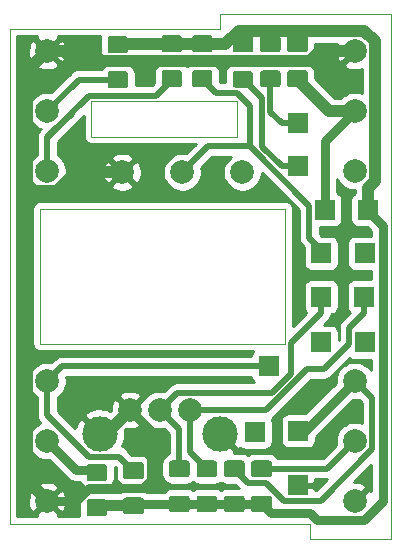
<source format=gbr>
G04 #@! TF.GenerationSoftware,KiCad,Pcbnew,6.0.0-unknown-bc26ccf~86~ubuntu18.04.1*
G04 #@! TF.CreationDate,2019-06-18T13:40:17+01:00*
G04 #@! TF.ProjectId,mouse8,6d6f7573-6538-42e6-9b69-6361645f7063,rev?*
G04 #@! TF.SameCoordinates,Original*
G04 #@! TF.FileFunction,Copper,L1,Top*
G04 #@! TF.FilePolarity,Positive*
%FSLAX46Y46*%
G04 Gerber Fmt 4.6, Leading zero omitted, Abs format (unit mm)*
G04 Created by KiCad (PCBNEW 6.0.0-unknown-bc26ccf~86~ubuntu18.04.1) date 2019-06-18 13:40:17*
%MOMM*%
%LPD*%
G04 APERTURE LIST*
%ADD10C,0.050000*%
%ADD11R,1.700000X1.700000*%
%ADD12C,2.000000*%
%ADD13C,0.100000*%
%ADD14C,1.425000*%
%ADD15C,3.000000*%
%ADD16C,0.800000*%
%ADD17C,0.800000*%
%ADD18C,1.000000*%
%ADD19C,0.250000*%
%ADD20C,0.500000*%
%ADD21C,0.254000*%
G04 APERTURE END LIST*
D10*
X171653200Y-70916800D02*
X159308800Y-70916800D01*
X184632600Y-63500000D02*
X170180000Y-63500000D01*
X184632600Y-107950000D02*
X177800000Y-107950000D01*
X184632600Y-63500000D02*
X184632600Y-107950000D01*
X154940000Y-91440000D02*
X175717200Y-91440000D01*
X154940000Y-80010000D02*
X175717200Y-80010000D01*
X159308800Y-70916800D02*
X159308800Y-73914000D01*
X171653200Y-73914000D02*
X171653200Y-70916800D01*
X159308800Y-73914000D02*
X171653200Y-73914000D01*
X177800000Y-106680000D02*
X177800000Y-107950000D01*
X152400000Y-106680000D02*
X177800000Y-106680000D01*
X170180000Y-64770000D02*
X152400000Y-64770000D01*
X170180000Y-63500000D02*
X170180000Y-64770000D01*
X154940000Y-91440000D02*
X154940000Y-90805000D01*
X175717200Y-91440000D02*
X175717200Y-90805000D01*
X175717200Y-80010000D02*
X175717200Y-90805000D01*
X154940000Y-90805000D02*
X154940000Y-80010000D01*
X152400000Y-106680000D02*
X152400000Y-64770000D01*
D11*
X182448200Y-91338400D03*
D12*
X167005000Y-76935000D03*
X161925000Y-76935000D03*
X172085000Y-76935000D03*
X155575000Y-71755000D03*
X155575000Y-66675000D03*
X155575000Y-76835000D03*
X181610000Y-71755000D03*
X181610000Y-66675000D03*
X181610000Y-76835000D03*
D11*
X176758600Y-76428600D03*
X178765200Y-83794600D03*
X182448200Y-83794600D03*
X179070000Y-80111600D03*
X178765200Y-91338400D03*
X182422800Y-87477600D03*
X178765200Y-87477600D03*
X174320200Y-93345000D03*
X173151800Y-98933000D03*
X176758600Y-72771000D03*
X176809400Y-98831400D03*
X182727600Y-80111600D03*
X176784000Y-103428800D03*
D13*
G36*
X160486671Y-104629230D02*
G01*
X160567777Y-104683423D01*
X160621970Y-104764529D01*
X160641000Y-104860200D01*
X160641000Y-105785200D01*
X160621970Y-105880871D01*
X160567777Y-105961977D01*
X160486671Y-106016170D01*
X160391000Y-106035200D01*
X159141000Y-106035200D01*
X159045329Y-106016170D01*
X158964223Y-105961977D01*
X158910030Y-105880871D01*
X158891000Y-105785200D01*
X158891000Y-104860200D01*
X158910030Y-104764529D01*
X158964223Y-104683423D01*
X159045329Y-104629230D01*
X159141000Y-104610200D01*
X160391000Y-104610200D01*
X160486671Y-104629230D01*
X160486671Y-104629230D01*
G37*
D14*
X159766000Y-105322700D03*
D13*
G36*
X160486671Y-101654230D02*
G01*
X160567777Y-101708423D01*
X160621970Y-101789529D01*
X160641000Y-101885200D01*
X160641000Y-102810200D01*
X160621970Y-102905871D01*
X160567777Y-102986977D01*
X160486671Y-103041170D01*
X160391000Y-103060200D01*
X159141000Y-103060200D01*
X159045329Y-103041170D01*
X158964223Y-102986977D01*
X158910030Y-102905871D01*
X158891000Y-102810200D01*
X158891000Y-101885200D01*
X158910030Y-101789529D01*
X158964223Y-101708423D01*
X159045329Y-101654230D01*
X159141000Y-101635200D01*
X160391000Y-101635200D01*
X160486671Y-101654230D01*
X160486671Y-101654230D01*
G37*
D14*
X159766000Y-102347700D03*
D13*
G36*
X172856471Y-68358030D02*
G01*
X172937577Y-68412223D01*
X172991770Y-68493329D01*
X173010800Y-68589000D01*
X173010800Y-69514000D01*
X172991770Y-69609671D01*
X172937577Y-69690777D01*
X172856471Y-69744970D01*
X172760800Y-69764000D01*
X171510800Y-69764000D01*
X171415129Y-69744970D01*
X171334023Y-69690777D01*
X171279830Y-69609671D01*
X171260800Y-69514000D01*
X171260800Y-68589000D01*
X171279830Y-68493329D01*
X171334023Y-68412223D01*
X171415129Y-68358030D01*
X171510800Y-68339000D01*
X172760800Y-68339000D01*
X172856471Y-68358030D01*
X172856471Y-68358030D01*
G37*
D14*
X172135800Y-69051500D03*
D13*
G36*
X172856471Y-65383030D02*
G01*
X172937577Y-65437223D01*
X172991770Y-65518329D01*
X173010800Y-65614000D01*
X173010800Y-66539000D01*
X172991770Y-66634671D01*
X172937577Y-66715777D01*
X172856471Y-66769970D01*
X172760800Y-66789000D01*
X171510800Y-66789000D01*
X171415129Y-66769970D01*
X171334023Y-66715777D01*
X171279830Y-66634671D01*
X171260800Y-66539000D01*
X171260800Y-65614000D01*
X171279830Y-65518329D01*
X171334023Y-65437223D01*
X171415129Y-65383030D01*
X171510800Y-65364000D01*
X172760800Y-65364000D01*
X172856471Y-65383030D01*
X172856471Y-65383030D01*
G37*
D14*
X172135800Y-66076500D03*
D13*
G36*
X172119871Y-101349430D02*
G01*
X172200977Y-101403623D01*
X172255170Y-101484729D01*
X172274200Y-101580400D01*
X172274200Y-102505400D01*
X172255170Y-102601071D01*
X172200977Y-102682177D01*
X172119871Y-102736370D01*
X172024200Y-102755400D01*
X170774200Y-102755400D01*
X170678529Y-102736370D01*
X170597423Y-102682177D01*
X170543230Y-102601071D01*
X170524200Y-102505400D01*
X170524200Y-101580400D01*
X170543230Y-101484729D01*
X170597423Y-101403623D01*
X170678529Y-101349430D01*
X170774200Y-101330400D01*
X172024200Y-101330400D01*
X172119871Y-101349430D01*
X172119871Y-101349430D01*
G37*
D14*
X171399200Y-102042900D03*
D13*
G36*
X172119871Y-104324430D02*
G01*
X172200977Y-104378623D01*
X172255170Y-104459729D01*
X172274200Y-104555400D01*
X172274200Y-105480400D01*
X172255170Y-105576071D01*
X172200977Y-105657177D01*
X172119871Y-105711370D01*
X172024200Y-105730400D01*
X170774200Y-105730400D01*
X170678529Y-105711370D01*
X170597423Y-105657177D01*
X170543230Y-105576071D01*
X170524200Y-105480400D01*
X170524200Y-104555400D01*
X170543230Y-104459729D01*
X170597423Y-104378623D01*
X170678529Y-104324430D01*
X170774200Y-104305400D01*
X172024200Y-104305400D01*
X172119871Y-104324430D01*
X172119871Y-104324430D01*
G37*
D14*
X171399200Y-105017900D03*
D13*
G36*
X163585471Y-101501830D02*
G01*
X163666577Y-101556023D01*
X163720770Y-101637129D01*
X163739800Y-101732800D01*
X163739800Y-102657800D01*
X163720770Y-102753471D01*
X163666577Y-102834577D01*
X163585471Y-102888770D01*
X163489800Y-102907800D01*
X162239800Y-102907800D01*
X162144129Y-102888770D01*
X162063023Y-102834577D01*
X162008830Y-102753471D01*
X161989800Y-102657800D01*
X161989800Y-101732800D01*
X162008830Y-101637129D01*
X162063023Y-101556023D01*
X162144129Y-101501830D01*
X162239800Y-101482800D01*
X163489800Y-101482800D01*
X163585471Y-101501830D01*
X163585471Y-101501830D01*
G37*
D14*
X162864800Y-102195300D03*
D13*
G36*
X163585471Y-104476830D02*
G01*
X163666577Y-104531023D01*
X163720770Y-104612129D01*
X163739800Y-104707800D01*
X163739800Y-105632800D01*
X163720770Y-105728471D01*
X163666577Y-105809577D01*
X163585471Y-105863770D01*
X163489800Y-105882800D01*
X162239800Y-105882800D01*
X162144129Y-105863770D01*
X162063023Y-105809577D01*
X162008830Y-105728471D01*
X161989800Y-105632800D01*
X161989800Y-104707800D01*
X162008830Y-104612129D01*
X162063023Y-104531023D01*
X162144129Y-104476830D01*
X162239800Y-104457800D01*
X163489800Y-104457800D01*
X163585471Y-104476830D01*
X163585471Y-104476830D01*
G37*
D14*
X162864800Y-105170300D03*
D13*
G36*
X174431271Y-104324430D02*
G01*
X174512377Y-104378623D01*
X174566570Y-104459729D01*
X174585600Y-104555400D01*
X174585600Y-105480400D01*
X174566570Y-105576071D01*
X174512377Y-105657177D01*
X174431271Y-105711370D01*
X174335600Y-105730400D01*
X173085600Y-105730400D01*
X172989929Y-105711370D01*
X172908823Y-105657177D01*
X172854630Y-105576071D01*
X172835600Y-105480400D01*
X172835600Y-104555400D01*
X172854630Y-104459729D01*
X172908823Y-104378623D01*
X172989929Y-104324430D01*
X173085600Y-104305400D01*
X174335600Y-104305400D01*
X174431271Y-104324430D01*
X174431271Y-104324430D01*
G37*
D14*
X173710600Y-105017900D03*
D13*
G36*
X174431271Y-101349430D02*
G01*
X174512377Y-101403623D01*
X174566570Y-101484729D01*
X174585600Y-101580400D01*
X174585600Y-102505400D01*
X174566570Y-102601071D01*
X174512377Y-102682177D01*
X174431271Y-102736370D01*
X174335600Y-102755400D01*
X173085600Y-102755400D01*
X172989929Y-102736370D01*
X172908823Y-102682177D01*
X172854630Y-102601071D01*
X172835600Y-102505400D01*
X172835600Y-101580400D01*
X172854630Y-101484729D01*
X172908823Y-101403623D01*
X172989929Y-101349430D01*
X173085600Y-101330400D01*
X174335600Y-101330400D01*
X174431271Y-101349430D01*
X174431271Y-101349430D01*
G37*
D14*
X173710600Y-102042900D03*
D13*
G36*
X169808471Y-104324430D02*
G01*
X169889577Y-104378623D01*
X169943770Y-104459729D01*
X169962800Y-104555400D01*
X169962800Y-105480400D01*
X169943770Y-105576071D01*
X169889577Y-105657177D01*
X169808471Y-105711370D01*
X169712800Y-105730400D01*
X168462800Y-105730400D01*
X168367129Y-105711370D01*
X168286023Y-105657177D01*
X168231830Y-105576071D01*
X168212800Y-105480400D01*
X168212800Y-104555400D01*
X168231830Y-104459729D01*
X168286023Y-104378623D01*
X168367129Y-104324430D01*
X168462800Y-104305400D01*
X169712800Y-104305400D01*
X169808471Y-104324430D01*
X169808471Y-104324430D01*
G37*
D14*
X169087800Y-105017900D03*
D13*
G36*
X169808471Y-101349430D02*
G01*
X169889577Y-101403623D01*
X169943770Y-101484729D01*
X169962800Y-101580400D01*
X169962800Y-102505400D01*
X169943770Y-102601071D01*
X169889577Y-102682177D01*
X169808471Y-102736370D01*
X169712800Y-102755400D01*
X168462800Y-102755400D01*
X168367129Y-102736370D01*
X168286023Y-102682177D01*
X168231830Y-102601071D01*
X168212800Y-102505400D01*
X168212800Y-101580400D01*
X168231830Y-101484729D01*
X168286023Y-101403623D01*
X168367129Y-101349430D01*
X168462800Y-101330400D01*
X169712800Y-101330400D01*
X169808471Y-101349430D01*
X169808471Y-101349430D01*
G37*
D14*
X169087800Y-102042900D03*
D13*
G36*
X167471671Y-104324430D02*
G01*
X167552777Y-104378623D01*
X167606970Y-104459729D01*
X167626000Y-104555400D01*
X167626000Y-105480400D01*
X167606970Y-105576071D01*
X167552777Y-105657177D01*
X167471671Y-105711370D01*
X167376000Y-105730400D01*
X166126000Y-105730400D01*
X166030329Y-105711370D01*
X165949223Y-105657177D01*
X165895030Y-105576071D01*
X165876000Y-105480400D01*
X165876000Y-104555400D01*
X165895030Y-104459729D01*
X165949223Y-104378623D01*
X166030329Y-104324430D01*
X166126000Y-104305400D01*
X167376000Y-104305400D01*
X167471671Y-104324430D01*
X167471671Y-104324430D01*
G37*
D14*
X166751000Y-105017900D03*
D13*
G36*
X167471671Y-101349430D02*
G01*
X167552777Y-101403623D01*
X167606970Y-101484729D01*
X167626000Y-101580400D01*
X167626000Y-102505400D01*
X167606970Y-102601071D01*
X167552777Y-102682177D01*
X167471671Y-102736370D01*
X167376000Y-102755400D01*
X166126000Y-102755400D01*
X166030329Y-102736370D01*
X165949223Y-102682177D01*
X165895030Y-102601071D01*
X165876000Y-102505400D01*
X165876000Y-101580400D01*
X165895030Y-101484729D01*
X165949223Y-101403623D01*
X166030329Y-101349430D01*
X166126000Y-101330400D01*
X167376000Y-101330400D01*
X167471671Y-101349430D01*
X167471671Y-101349430D01*
G37*
D14*
X166751000Y-102042900D03*
D12*
X181610000Y-99695000D03*
X181610000Y-104775000D03*
X181610000Y-94615000D03*
D13*
G36*
X166836671Y-68307230D02*
G01*
X166917777Y-68361423D01*
X166971970Y-68442529D01*
X166991000Y-68538200D01*
X166991000Y-69463200D01*
X166971970Y-69558871D01*
X166917777Y-69639977D01*
X166836671Y-69694170D01*
X166741000Y-69713200D01*
X165491000Y-69713200D01*
X165395329Y-69694170D01*
X165314223Y-69639977D01*
X165260030Y-69558871D01*
X165241000Y-69463200D01*
X165241000Y-68538200D01*
X165260030Y-68442529D01*
X165314223Y-68361423D01*
X165395329Y-68307230D01*
X165491000Y-68288200D01*
X166741000Y-68288200D01*
X166836671Y-68307230D01*
X166836671Y-68307230D01*
G37*
D14*
X166116000Y-69000700D03*
D13*
G36*
X166836671Y-65332230D02*
G01*
X166917777Y-65386423D01*
X166971970Y-65467529D01*
X166991000Y-65563200D01*
X166991000Y-66488200D01*
X166971970Y-66583871D01*
X166917777Y-66664977D01*
X166836671Y-66719170D01*
X166741000Y-66738200D01*
X165491000Y-66738200D01*
X165395329Y-66719170D01*
X165314223Y-66664977D01*
X165260030Y-66583871D01*
X165241000Y-66488200D01*
X165241000Y-65563200D01*
X165260030Y-65467529D01*
X165314223Y-65386423D01*
X165395329Y-65332230D01*
X165491000Y-65313200D01*
X166741000Y-65313200D01*
X166836671Y-65332230D01*
X166836671Y-65332230D01*
G37*
D14*
X166116000Y-66025700D03*
D13*
G36*
X175167871Y-68332630D02*
G01*
X175248977Y-68386823D01*
X175303170Y-68467929D01*
X175322200Y-68563600D01*
X175322200Y-69488600D01*
X175303170Y-69584271D01*
X175248977Y-69665377D01*
X175167871Y-69719570D01*
X175072200Y-69738600D01*
X173822200Y-69738600D01*
X173726529Y-69719570D01*
X173645423Y-69665377D01*
X173591230Y-69584271D01*
X173572200Y-69488600D01*
X173572200Y-68563600D01*
X173591230Y-68467929D01*
X173645423Y-68386823D01*
X173726529Y-68332630D01*
X173822200Y-68313600D01*
X175072200Y-68313600D01*
X175167871Y-68332630D01*
X175167871Y-68332630D01*
G37*
D14*
X174447200Y-69026100D03*
D13*
G36*
X175167871Y-65357630D02*
G01*
X175248977Y-65411823D01*
X175303170Y-65492929D01*
X175322200Y-65588600D01*
X175322200Y-66513600D01*
X175303170Y-66609271D01*
X175248977Y-66690377D01*
X175167871Y-66744570D01*
X175072200Y-66763600D01*
X173822200Y-66763600D01*
X173726529Y-66744570D01*
X173645423Y-66690377D01*
X173591230Y-66609271D01*
X173572200Y-66513600D01*
X173572200Y-65588600D01*
X173591230Y-65492929D01*
X173645423Y-65411823D01*
X173726529Y-65357630D01*
X173822200Y-65338600D01*
X175072200Y-65338600D01*
X175167871Y-65357630D01*
X175167871Y-65357630D01*
G37*
D14*
X174447200Y-66051100D03*
D13*
G36*
X162264671Y-65419530D02*
G01*
X162345777Y-65473723D01*
X162399970Y-65554829D01*
X162419000Y-65650500D01*
X162419000Y-66575500D01*
X162399970Y-66671171D01*
X162345777Y-66752277D01*
X162264671Y-66806470D01*
X162169000Y-66825500D01*
X160919000Y-66825500D01*
X160823329Y-66806470D01*
X160742223Y-66752277D01*
X160688030Y-66671171D01*
X160669000Y-66575500D01*
X160669000Y-65650500D01*
X160688030Y-65554829D01*
X160742223Y-65473723D01*
X160823329Y-65419530D01*
X160919000Y-65400500D01*
X162169000Y-65400500D01*
X162264671Y-65419530D01*
X162264671Y-65419530D01*
G37*
D14*
X161544000Y-66113000D03*
D13*
G36*
X162264671Y-68394530D02*
G01*
X162345777Y-68448723D01*
X162399970Y-68529829D01*
X162419000Y-68625500D01*
X162419000Y-69550500D01*
X162399970Y-69646171D01*
X162345777Y-69727277D01*
X162264671Y-69781470D01*
X162169000Y-69800500D01*
X160919000Y-69800500D01*
X160823329Y-69781470D01*
X160742223Y-69727277D01*
X160688030Y-69646171D01*
X160669000Y-69550500D01*
X160669000Y-68625500D01*
X160688030Y-68529829D01*
X160742223Y-68448723D01*
X160823329Y-68394530D01*
X160919000Y-68375500D01*
X162169000Y-68375500D01*
X162264671Y-68394530D01*
X162264671Y-68394530D01*
G37*
D14*
X161544000Y-69088000D03*
D13*
G36*
X169402071Y-65332230D02*
G01*
X169483177Y-65386423D01*
X169537370Y-65467529D01*
X169556400Y-65563200D01*
X169556400Y-66488200D01*
X169537370Y-66583871D01*
X169483177Y-66664977D01*
X169402071Y-66719170D01*
X169306400Y-66738200D01*
X168056400Y-66738200D01*
X167960729Y-66719170D01*
X167879623Y-66664977D01*
X167825430Y-66583871D01*
X167806400Y-66488200D01*
X167806400Y-65563200D01*
X167825430Y-65467529D01*
X167879623Y-65386423D01*
X167960729Y-65332230D01*
X168056400Y-65313200D01*
X169306400Y-65313200D01*
X169402071Y-65332230D01*
X169402071Y-65332230D01*
G37*
D14*
X168681400Y-66025700D03*
D13*
G36*
X169402071Y-68307230D02*
G01*
X169483177Y-68361423D01*
X169537370Y-68442529D01*
X169556400Y-68538200D01*
X169556400Y-69463200D01*
X169537370Y-69558871D01*
X169483177Y-69639977D01*
X169402071Y-69694170D01*
X169306400Y-69713200D01*
X168056400Y-69713200D01*
X167960729Y-69694170D01*
X167879623Y-69639977D01*
X167825430Y-69558871D01*
X167806400Y-69463200D01*
X167806400Y-68538200D01*
X167825430Y-68442529D01*
X167879623Y-68361423D01*
X167960729Y-68307230D01*
X168056400Y-68288200D01*
X169306400Y-68288200D01*
X169402071Y-68307230D01*
X169402071Y-68307230D01*
G37*
D14*
X168681400Y-69000700D03*
D13*
G36*
X177479271Y-65332230D02*
G01*
X177560377Y-65386423D01*
X177614570Y-65467529D01*
X177633600Y-65563200D01*
X177633600Y-66488200D01*
X177614570Y-66583871D01*
X177560377Y-66664977D01*
X177479271Y-66719170D01*
X177383600Y-66738200D01*
X176133600Y-66738200D01*
X176037929Y-66719170D01*
X175956823Y-66664977D01*
X175902630Y-66583871D01*
X175883600Y-66488200D01*
X175883600Y-65563200D01*
X175902630Y-65467529D01*
X175956823Y-65386423D01*
X176037929Y-65332230D01*
X176133600Y-65313200D01*
X177383600Y-65313200D01*
X177479271Y-65332230D01*
X177479271Y-65332230D01*
G37*
D14*
X176758600Y-66025700D03*
D13*
G36*
X177479271Y-68307230D02*
G01*
X177560377Y-68361423D01*
X177614570Y-68442529D01*
X177633600Y-68538200D01*
X177633600Y-69463200D01*
X177614570Y-69558871D01*
X177560377Y-69639977D01*
X177479271Y-69694170D01*
X177383600Y-69713200D01*
X176133600Y-69713200D01*
X176037929Y-69694170D01*
X175956823Y-69639977D01*
X175902630Y-69558871D01*
X175883600Y-69463200D01*
X175883600Y-68538200D01*
X175902630Y-68442529D01*
X175956823Y-68361423D01*
X176037929Y-68307230D01*
X176133600Y-68288200D01*
X177383600Y-68288200D01*
X177479271Y-68307230D01*
X177479271Y-68307230D01*
G37*
D14*
X176758600Y-69000700D03*
D15*
X170180000Y-99060000D03*
X160020000Y-99060000D03*
D12*
X162560000Y-97060000D03*
X165100000Y-97060000D03*
X167640000Y-97060000D03*
X155575000Y-99695000D03*
X155575000Y-104775000D03*
X155575000Y-94615000D03*
D16*
X158191200Y-95123000D03*
D17*
X176809400Y-98831400D02*
X177393600Y-98831400D01*
X177393600Y-98831400D02*
X181610000Y-94615000D01*
X181610000Y-71755000D02*
X179070000Y-74295000D01*
X179070000Y-74295000D02*
X179070000Y-80111600D01*
D18*
X182426001Y-64974999D02*
X176833001Y-64974999D01*
X171785001Y-64974999D02*
X172126499Y-64974999D01*
X182727600Y-80111600D02*
X182727600Y-78261600D01*
X182727600Y-78261600D02*
X183310001Y-77679199D01*
X183310001Y-77679199D02*
X183310001Y-65858999D01*
X162519000Y-66113000D02*
X161544000Y-66113000D01*
X183310001Y-65858999D02*
X182426001Y-64974999D01*
X171785001Y-64974999D02*
X170647000Y-66113000D01*
X170647000Y-66113000D02*
X162519000Y-66113000D01*
D19*
X155575000Y-99695000D02*
X155575000Y-98933000D01*
X165078490Y-70125510D02*
X165344653Y-69859347D01*
X155575000Y-74155612D02*
X157753206Y-71977406D01*
X165344653Y-69859347D02*
X166116000Y-69088000D01*
X180995000Y-94000000D02*
X181610000Y-94615000D01*
D18*
X181610000Y-76280930D02*
X181610000Y-76835000D01*
D19*
X181322500Y-76835000D02*
X181610000Y-76835000D01*
D18*
X181610000Y-71755000D02*
X179451000Y-71755000D01*
X179451000Y-71755000D02*
X176784000Y-69088000D01*
D20*
X176758600Y-72582100D02*
X176758600Y-72771000D01*
X174447200Y-65100200D02*
X174447200Y-66127300D01*
X174572401Y-64974999D02*
X174447200Y-65100200D01*
D18*
X176833001Y-64974999D02*
X174572401Y-64974999D01*
D20*
X176784000Y-65024000D02*
X176784000Y-66113000D01*
X176833001Y-64974999D02*
X176784000Y-65024000D01*
X175408600Y-76428600D02*
X176758600Y-76428600D01*
X173747190Y-74767190D02*
X175408600Y-76428600D01*
X173747190Y-70662890D02*
X173747190Y-74767190D01*
X172135800Y-69051500D02*
X173747190Y-70662890D01*
X175408600Y-72771000D02*
X176758600Y-72771000D01*
X174447200Y-71809600D02*
X175408600Y-72771000D01*
X174447200Y-69102300D02*
X174447200Y-71809600D01*
X155575000Y-75420787D02*
X155575000Y-76835000D01*
X155575000Y-73978835D02*
X155575000Y-75420787D01*
X159112045Y-70441790D02*
X155575000Y-73978835D01*
X164762210Y-70441790D02*
X159112045Y-70441790D01*
X166116000Y-69088000D02*
X164762210Y-70441790D01*
X158242000Y-69088000D02*
X155575000Y-71755000D01*
X161544000Y-69088000D02*
X158242000Y-69088000D01*
D18*
X153874999Y-103074999D02*
X154575001Y-103775001D01*
X154575001Y-103775001D02*
X155575000Y-104775000D01*
X154176201Y-78535001D02*
X153874999Y-78233799D01*
D19*
X160020000Y-100330000D02*
X160020000Y-99060000D01*
D18*
X177802510Y-67525510D02*
X175298490Y-67525510D01*
X160020000Y-99060000D02*
X160560000Y-99060000D01*
D19*
X177689001Y-67674999D02*
X177838490Y-67525510D01*
D18*
X178653020Y-66675000D02*
X177802510Y-67525510D01*
X177838490Y-67525510D02*
X175806490Y-67525510D01*
X156391001Y-78535001D02*
X154176201Y-78535001D01*
X153874999Y-68375001D02*
X153874999Y-78233799D01*
X176822490Y-67525510D02*
X175806490Y-67525510D01*
X156989213Y-66675000D02*
X155575000Y-66675000D01*
X181610000Y-66675000D02*
X180195787Y-66675000D01*
X181610000Y-66675000D02*
X178653020Y-66675000D01*
X155575000Y-66675000D02*
X153874999Y-68375001D01*
X157839723Y-67525510D02*
X156989213Y-66675000D01*
X175806490Y-67525510D02*
X168109510Y-67525510D01*
X153874999Y-78233799D02*
X153874999Y-103074999D01*
X160560000Y-99060000D02*
X162560000Y-97060000D01*
X161925000Y-76935000D02*
X157991002Y-76935000D01*
X175298490Y-67525510D02*
X157839723Y-67525510D01*
D19*
X162020000Y-97060000D02*
X162560000Y-97060000D01*
D18*
X157991002Y-76935000D02*
X156391001Y-78535001D01*
D20*
X182609999Y-95614999D02*
X181610000Y-94615000D01*
X183060001Y-100391001D02*
X183060001Y-96065001D01*
X183060001Y-96065001D02*
X182609999Y-95614999D01*
X178722201Y-104728801D02*
X183060001Y-100391001D01*
X174273998Y-103428800D02*
X175573999Y-104728801D01*
D17*
X157999100Y-102119100D02*
X155575000Y-99695000D01*
X159766000Y-102119100D02*
X157999100Y-102119100D01*
X172135800Y-66076500D02*
X172135800Y-65264000D01*
X172135800Y-65264000D02*
X172424801Y-64974999D01*
D18*
X174572401Y-64974999D02*
X172464201Y-64974999D01*
D17*
X172424801Y-64974999D02*
X172464201Y-64974999D01*
D18*
X172464201Y-64974999D02*
X171785001Y-64974999D01*
D20*
X179262100Y-102042900D02*
X181610000Y-99695000D01*
X173710600Y-102042900D02*
X179262100Y-102042900D01*
X172167892Y-102811592D02*
X171399200Y-102042900D01*
X172561710Y-103205410D02*
X172167892Y-102811592D01*
X174050608Y-103205410D02*
X172561710Y-103205410D01*
X175573999Y-104728801D02*
X174050608Y-103205410D01*
X178722201Y-104728801D02*
X175573999Y-104728801D01*
X167640000Y-100595100D02*
X169087800Y-102042900D01*
X167640000Y-97060000D02*
X167640000Y-100595100D01*
X166751000Y-98711000D02*
X165100000Y-97060000D01*
X166751000Y-102042900D02*
X166751000Y-98711000D01*
D17*
X164339810Y-103009888D02*
X164339810Y-101380712D01*
X163559999Y-98059999D02*
X162560000Y-97060000D01*
X164339810Y-98839810D02*
X163559999Y-98059999D01*
X164339810Y-103009888D02*
X164339810Y-98839810D01*
X159138892Y-103660210D02*
X163689488Y-103660210D01*
X163689488Y-103660210D02*
X164339810Y-103009888D01*
X158024102Y-104775000D02*
X159138892Y-103660210D01*
X155575000Y-104775000D02*
X158024102Y-104775000D01*
D20*
X155575000Y-96029213D02*
X155575000Y-94615000D01*
X155575000Y-97501002D02*
X155575000Y-96029213D01*
X159083999Y-101010001D02*
X155575000Y-97501002D01*
X161679501Y-101010001D02*
X159083999Y-101010001D01*
X162864800Y-102195300D02*
X161679501Y-101010001D01*
X162712400Y-105322700D02*
X162864800Y-105170300D01*
X159766000Y-105322700D02*
X162712400Y-105322700D01*
X166598600Y-105170300D02*
X166751000Y-105017900D01*
X162864800Y-105170300D02*
X166598600Y-105170300D01*
X166751000Y-105017900D02*
X169087800Y-105017900D01*
X169087800Y-105017900D02*
X171399200Y-105017900D01*
X171399200Y-105017900D02*
X173710600Y-105017900D01*
X156845000Y-93345000D02*
X174320200Y-93345000D01*
X155575000Y-94615000D02*
X156845000Y-93345000D01*
X177769999Y-79779961D02*
X172743819Y-74753781D01*
X168681400Y-69000700D02*
X169894710Y-70214010D01*
X169186219Y-74753781D02*
X167005000Y-76935000D01*
X172743819Y-71335654D02*
X172743819Y-74753781D01*
X169894710Y-70214010D02*
X171622175Y-70214010D01*
X172743819Y-74753781D02*
X169186219Y-74753781D01*
X179070000Y-83794600D02*
X177769999Y-82494599D01*
X171622175Y-70214010D02*
X172743819Y-71335654D01*
X177769999Y-82494599D02*
X177769999Y-81391034D01*
X177769999Y-82494599D02*
X177769999Y-79779961D01*
X168681400Y-69000700D02*
X169450092Y-69769392D01*
X171849955Y-70441790D02*
X172128210Y-70720045D01*
X166550001Y-95609999D02*
X166099999Y-96060001D01*
X174565203Y-95609999D02*
X166550001Y-95609999D01*
X176192210Y-93982992D02*
X174565203Y-95609999D01*
X176192210Y-91400590D02*
X176192210Y-93982992D01*
X166099999Y-96060001D02*
X165100000Y-97060000D01*
X178765200Y-88827600D02*
X176192210Y-91400590D01*
X178765200Y-87477600D02*
X178765200Y-88827600D01*
D17*
X178378898Y-106375001D02*
X177790489Y-105786592D01*
X182378001Y-106375001D02*
X178378898Y-106375001D01*
X174479292Y-105786592D02*
X173710600Y-105017900D01*
X184007590Y-104745412D02*
X182378001Y-106375001D01*
X184007590Y-81509388D02*
X184007590Y-104745412D01*
X182727600Y-80229398D02*
X184007590Y-81509388D01*
X177790489Y-105786592D02*
X174479292Y-105786592D01*
X182727600Y-80111600D02*
X182727600Y-80229398D01*
X160070800Y-105017900D02*
X159766000Y-105322700D01*
X173710600Y-105017900D02*
X160070800Y-105017900D01*
D20*
X182422800Y-88827600D02*
X182422800Y-87477600D01*
X181148199Y-90102201D02*
X182422800Y-88827600D01*
X181148199Y-91465403D02*
X181148199Y-90102201D01*
X172802800Y-97060000D02*
X174105164Y-97060000D01*
X174105164Y-97060000D02*
X177546000Y-93619164D01*
X172802800Y-97060000D02*
X173983400Y-97060000D01*
X167640000Y-97060000D02*
X172802800Y-97060000D01*
X178994438Y-93619164D02*
X179613801Y-92999801D01*
X177546000Y-93619164D02*
X178994438Y-93619164D01*
X179613801Y-92999801D02*
X181148199Y-91465403D01*
D21*
G36*
X154621218Y-65541612D02*
G01*
X155575000Y-66495395D01*
X156528782Y-65541612D01*
X156479425Y-65405000D01*
X160065824Y-65405000D01*
X160058937Y-65421627D01*
X160028521Y-65652658D01*
X160028521Y-66573342D01*
X160058937Y-66804373D01*
X160148112Y-67019661D01*
X160289968Y-67204532D01*
X160474840Y-67346388D01*
X160690127Y-67435563D01*
X160921158Y-67465979D01*
X162166842Y-67465979D01*
X162397873Y-67435563D01*
X162613161Y-67346388D01*
X162741383Y-67248000D01*
X165032390Y-67248000D01*
X165046840Y-67259088D01*
X165262127Y-67348263D01*
X165493158Y-67378679D01*
X166738842Y-67378679D01*
X166969873Y-67348263D01*
X167185161Y-67259088D01*
X167199611Y-67248000D01*
X167597790Y-67248000D01*
X167612240Y-67259088D01*
X167827527Y-67348263D01*
X168058558Y-67378679D01*
X169304242Y-67378679D01*
X169535273Y-67348263D01*
X169750561Y-67259088D01*
X169765011Y-67248000D01*
X170560914Y-67248000D01*
X170607120Y-67255029D01*
X170693543Y-67248000D01*
X170713268Y-67248000D01*
X170758774Y-67242695D01*
X170870913Y-67233574D01*
X170889978Y-67227398D01*
X170909884Y-67225077D01*
X170941266Y-67213686D01*
X171066640Y-67309888D01*
X171281927Y-67399063D01*
X171512958Y-67429479D01*
X172758642Y-67429479D01*
X172989673Y-67399063D01*
X173204961Y-67309888D01*
X173308051Y-67230784D01*
X173378040Y-67284488D01*
X173593327Y-67373663D01*
X173824358Y-67404079D01*
X175070042Y-67404079D01*
X175301073Y-67373663D01*
X175516361Y-67284488D01*
X175619451Y-67205384D01*
X175689440Y-67259088D01*
X175904727Y-67348263D01*
X176135758Y-67378679D01*
X177381442Y-67378679D01*
X177612473Y-67348263D01*
X177827761Y-67259088D01*
X178012632Y-67117232D01*
X178154488Y-66932361D01*
X178243663Y-66717073D01*
X178274079Y-66486042D01*
X178274079Y-66109999D01*
X180074506Y-66109999D01*
X180015653Y-66290500D01*
X179975133Y-66544644D01*
X179974869Y-66801998D01*
X180014867Y-67056226D01*
X180094143Y-67301067D01*
X180210744Y-67530491D01*
X180212502Y-67533361D01*
X180476612Y-67628782D01*
X181430395Y-66675000D01*
X181416252Y-66660858D01*
X181595858Y-66481253D01*
X181610000Y-66495395D01*
X181624143Y-66481253D01*
X181803748Y-66660858D01*
X181789605Y-66675000D01*
X181803748Y-66689142D01*
X181624143Y-66868748D01*
X181610000Y-66854605D01*
X180656218Y-67808388D01*
X180751639Y-68072498D01*
X180980823Y-68189569D01*
X181225500Y-68269347D01*
X181479644Y-68309867D01*
X181736998Y-68310131D01*
X181991226Y-68270133D01*
X182175002Y-68210629D01*
X182175002Y-70219440D01*
X181992863Y-70160260D01*
X181738677Y-70120001D01*
X181481323Y-70120001D01*
X181227137Y-70160260D01*
X180982378Y-70239787D01*
X180753074Y-70356623D01*
X180544869Y-70507892D01*
X180432761Y-70620000D01*
X179921132Y-70620000D01*
X178274079Y-68972948D01*
X178274079Y-68540358D01*
X178243663Y-68309327D01*
X178154488Y-68094040D01*
X178012632Y-67909168D01*
X177827761Y-67767312D01*
X177612473Y-67678137D01*
X177381442Y-67647721D01*
X176135758Y-67647721D01*
X175904727Y-67678137D01*
X175689440Y-67767312D01*
X175586349Y-67846416D01*
X175516361Y-67792712D01*
X175301073Y-67703537D01*
X175070042Y-67673121D01*
X173824358Y-67673121D01*
X173593327Y-67703537D01*
X173378040Y-67792712D01*
X173274949Y-67871816D01*
X173204961Y-67818112D01*
X172989673Y-67728937D01*
X172758642Y-67698521D01*
X171512958Y-67698521D01*
X171281927Y-67728937D01*
X171066640Y-67818112D01*
X170881768Y-67959968D01*
X170739912Y-68144840D01*
X170650737Y-68360127D01*
X170620321Y-68591158D01*
X170620321Y-69329010D01*
X170261289Y-69329010D01*
X170196879Y-69264600D01*
X170196879Y-68540358D01*
X170166463Y-68309327D01*
X170077288Y-68094040D01*
X169935432Y-67909168D01*
X169750561Y-67767312D01*
X169535273Y-67678137D01*
X169304242Y-67647721D01*
X168058558Y-67647721D01*
X167827527Y-67678137D01*
X167612240Y-67767312D01*
X167427368Y-67909168D01*
X167398700Y-67946529D01*
X167370032Y-67909168D01*
X167185161Y-67767312D01*
X166969873Y-67678137D01*
X166738842Y-67647721D01*
X165493158Y-67647721D01*
X165262127Y-67678137D01*
X165046840Y-67767312D01*
X164861968Y-67909168D01*
X164720112Y-68094040D01*
X164630937Y-68309327D01*
X164600521Y-68540358D01*
X164600521Y-69351901D01*
X164395632Y-69556790D01*
X163058367Y-69556790D01*
X163059479Y-69548342D01*
X163059479Y-68627658D01*
X163029063Y-68396627D01*
X162939888Y-68181340D01*
X162798032Y-67996468D01*
X162613161Y-67854612D01*
X162397873Y-67765437D01*
X162166842Y-67735021D01*
X160921158Y-67735021D01*
X160690127Y-67765437D01*
X160474840Y-67854612D01*
X160289968Y-67996468D01*
X160148112Y-68181340D01*
X160139140Y-68203000D01*
X158300001Y-68203000D01*
X158242000Y-68195364D01*
X158183999Y-68203000D01*
X158010969Y-68225780D01*
X157795682Y-68314955D01*
X157610811Y-68456811D01*
X157575198Y-68503223D01*
X155923590Y-70154832D01*
X155703677Y-70120001D01*
X155446323Y-70120001D01*
X155192137Y-70160260D01*
X154947378Y-70239787D01*
X154718074Y-70356623D01*
X154509869Y-70507892D01*
X154327892Y-70689869D01*
X154176623Y-70898074D01*
X154059787Y-71127378D01*
X153980260Y-71372137D01*
X153940001Y-71626323D01*
X153940001Y-71883677D01*
X153980260Y-72137863D01*
X154059787Y-72382622D01*
X154176623Y-72611926D01*
X154327892Y-72820131D01*
X154509869Y-73002108D01*
X154718074Y-73153377D01*
X154947378Y-73270213D01*
X155011281Y-73290976D01*
X154990227Y-73312030D01*
X154943811Y-73347646D01*
X154873814Y-73438869D01*
X154801955Y-73532517D01*
X154801955Y-73532518D01*
X154712780Y-73747805D01*
X154696191Y-73873811D01*
X154682364Y-73978835D01*
X154690000Y-74036834D01*
X154690001Y-75362780D01*
X154690000Y-75362787D01*
X154690000Y-75457020D01*
X154509869Y-75587892D01*
X154327892Y-75769869D01*
X154176623Y-75978074D01*
X154059787Y-76207378D01*
X153980260Y-76452137D01*
X153940001Y-76706323D01*
X153940001Y-76963677D01*
X153980260Y-77217863D01*
X154059787Y-77462622D01*
X154176623Y-77691926D01*
X154327892Y-77900131D01*
X154509869Y-78082108D01*
X154718074Y-78233377D01*
X154947378Y-78350213D01*
X155192137Y-78429740D01*
X155446323Y-78469999D01*
X155703677Y-78469999D01*
X155957863Y-78429740D01*
X156202622Y-78350213D01*
X156431926Y-78233377D01*
X156640131Y-78082108D01*
X156653851Y-78068388D01*
X160971218Y-78068388D01*
X161066639Y-78332498D01*
X161295823Y-78449569D01*
X161540500Y-78529347D01*
X161794644Y-78569867D01*
X162051998Y-78570131D01*
X162306226Y-78530133D01*
X162551067Y-78450857D01*
X162780491Y-78334256D01*
X162783361Y-78332498D01*
X162878782Y-78068388D01*
X161925000Y-77114605D01*
X160971218Y-78068388D01*
X156653851Y-78068388D01*
X156822108Y-77900131D01*
X156973377Y-77691926D01*
X157090213Y-77462622D01*
X157169740Y-77217863D01*
X157194426Y-77061998D01*
X160289869Y-77061998D01*
X160329867Y-77316226D01*
X160409143Y-77561067D01*
X160525744Y-77790491D01*
X160527502Y-77793361D01*
X160791612Y-77888782D01*
X161745395Y-76935000D01*
X162104605Y-76935000D01*
X163058388Y-77888782D01*
X163322498Y-77793361D01*
X163439569Y-77564177D01*
X163519347Y-77319500D01*
X163559867Y-77065356D01*
X163560131Y-76808002D01*
X163520133Y-76553774D01*
X163440857Y-76308933D01*
X163324256Y-76079509D01*
X163322498Y-76076639D01*
X163058388Y-75981218D01*
X162104605Y-76935000D01*
X161745395Y-76935000D01*
X160791612Y-75981218D01*
X160527502Y-76076639D01*
X160410431Y-76305823D01*
X160330653Y-76550500D01*
X160290133Y-76804644D01*
X160289869Y-77061998D01*
X157194426Y-77061998D01*
X157209999Y-76963677D01*
X157209999Y-76706323D01*
X157169740Y-76452137D01*
X157090213Y-76207378D01*
X156973377Y-75978074D01*
X156845171Y-75801612D01*
X160971218Y-75801612D01*
X161925000Y-76755395D01*
X162878782Y-75801612D01*
X162783361Y-75537502D01*
X162554177Y-75420431D01*
X162309500Y-75340653D01*
X162055356Y-75300133D01*
X161798002Y-75299869D01*
X161543774Y-75339867D01*
X161298933Y-75419143D01*
X161069509Y-75535744D01*
X161066639Y-75537502D01*
X160971218Y-75801612D01*
X156845171Y-75801612D01*
X156822108Y-75769869D01*
X156640131Y-75587892D01*
X156460000Y-75457020D01*
X156460000Y-74345413D01*
X158329193Y-72476221D01*
X158329194Y-72476219D01*
X158673800Y-72131613D01*
X158673801Y-73853975D01*
X158670017Y-73873811D01*
X158673801Y-73933956D01*
X158673801Y-73953944D01*
X158676306Y-73973775D01*
X158680091Y-74033933D01*
X158686333Y-74053143D01*
X158688863Y-74073173D01*
X158711044Y-74129196D01*
X158729669Y-74186518D01*
X158740491Y-74203570D01*
X158747924Y-74222345D01*
X158783340Y-74271091D01*
X158815636Y-74321981D01*
X158830361Y-74335809D01*
X158842228Y-74352142D01*
X158888651Y-74390547D01*
X158932590Y-74431808D01*
X158950289Y-74441538D01*
X158965847Y-74454409D01*
X159020367Y-74480064D01*
X159073183Y-74509100D01*
X159088132Y-74511952D01*
X159111016Y-74522720D01*
X159268612Y-74552783D01*
X159328741Y-74549000D01*
X168139421Y-74549000D01*
X167353590Y-75334832D01*
X167133677Y-75300001D01*
X166876323Y-75300001D01*
X166622137Y-75340260D01*
X166377378Y-75419787D01*
X166148074Y-75536623D01*
X165939869Y-75687892D01*
X165757892Y-75869869D01*
X165606623Y-76078074D01*
X165489787Y-76307378D01*
X165410260Y-76552137D01*
X165370001Y-76806323D01*
X165370001Y-77063677D01*
X165410260Y-77317863D01*
X165489787Y-77562622D01*
X165606623Y-77791926D01*
X165757892Y-78000131D01*
X165939869Y-78182108D01*
X166148074Y-78333377D01*
X166377378Y-78450213D01*
X166622137Y-78529740D01*
X166876323Y-78569999D01*
X167133677Y-78569999D01*
X167387863Y-78529740D01*
X167632622Y-78450213D01*
X167861926Y-78333377D01*
X168070131Y-78182108D01*
X168252108Y-78000131D01*
X168403377Y-77791926D01*
X168520213Y-77562622D01*
X168599740Y-77317863D01*
X168639999Y-77063677D01*
X168639999Y-76806323D01*
X168605168Y-76586410D01*
X169552798Y-75638781D01*
X171087465Y-75638781D01*
X171019869Y-75687892D01*
X170837892Y-75869869D01*
X170686623Y-76078074D01*
X170569787Y-76307378D01*
X170490260Y-76552137D01*
X170450001Y-76806323D01*
X170450001Y-77063677D01*
X170490260Y-77317863D01*
X170569787Y-77562622D01*
X170686623Y-77791926D01*
X170837892Y-78000131D01*
X171019869Y-78182108D01*
X171228074Y-78333377D01*
X171457378Y-78450213D01*
X171702137Y-78529740D01*
X171956323Y-78569999D01*
X172213677Y-78569999D01*
X172467863Y-78529740D01*
X172712622Y-78450213D01*
X172941926Y-78333377D01*
X173150131Y-78182108D01*
X173332108Y-78000131D01*
X173483377Y-77791926D01*
X173600213Y-77562622D01*
X173679740Y-77317863D01*
X173719999Y-77063677D01*
X173719999Y-76981539D01*
X176885000Y-80146541D01*
X176884999Y-82436600D01*
X176877363Y-82494599D01*
X176884999Y-82552598D01*
X176884999Y-82552599D01*
X176907779Y-82725629D01*
X176970835Y-82877861D01*
X176996954Y-82940917D01*
X177055404Y-83017090D01*
X177138810Y-83125788D01*
X177185226Y-83161404D01*
X177272285Y-83248463D01*
X177272285Y-84644600D01*
X177303751Y-84843272D01*
X177395071Y-85022496D01*
X177537304Y-85164729D01*
X177716528Y-85256049D01*
X177915200Y-85287515D01*
X179615200Y-85287515D01*
X179813872Y-85256049D01*
X179993096Y-85164729D01*
X180135329Y-85022496D01*
X180226649Y-84843272D01*
X180258115Y-84644600D01*
X180258115Y-82944600D01*
X180226649Y-82745928D01*
X180135329Y-82566704D01*
X179993096Y-82424471D01*
X179813872Y-82333151D01*
X179615200Y-82301685D01*
X178828663Y-82301685D01*
X178654999Y-82128021D01*
X178654999Y-81604515D01*
X179920000Y-81604515D01*
X180118672Y-81573049D01*
X180297896Y-81481729D01*
X180440129Y-81339496D01*
X180531449Y-81160272D01*
X180562915Y-80961600D01*
X180562915Y-79261600D01*
X180531449Y-79062928D01*
X180440129Y-78883704D01*
X180297896Y-78741471D01*
X180118672Y-78650151D01*
X180105000Y-78647986D01*
X180105000Y-77482666D01*
X180211623Y-77691926D01*
X180362892Y-77900131D01*
X180544869Y-78082108D01*
X180753074Y-78233377D01*
X180982378Y-78350213D01*
X181227137Y-78429740D01*
X181481323Y-78469999D01*
X181592600Y-78469999D01*
X181592600Y-78694138D01*
X181499704Y-78741471D01*
X181357471Y-78883704D01*
X181266151Y-79062928D01*
X181234685Y-79261600D01*
X181234685Y-80961600D01*
X181266151Y-81160272D01*
X181357471Y-81339496D01*
X181499704Y-81481729D01*
X181678928Y-81573049D01*
X181877600Y-81604515D01*
X182639006Y-81604515D01*
X182972590Y-81938099D01*
X182972590Y-82301685D01*
X181598200Y-82301685D01*
X181399528Y-82333151D01*
X181220304Y-82424471D01*
X181078071Y-82566704D01*
X180986751Y-82745928D01*
X180955285Y-82944600D01*
X180955285Y-84644600D01*
X180986751Y-84843272D01*
X181078071Y-85022496D01*
X181220304Y-85164729D01*
X181399528Y-85256049D01*
X181598200Y-85287515D01*
X182972590Y-85287515D01*
X182972590Y-85984685D01*
X181572800Y-85984685D01*
X181374128Y-86016151D01*
X181194904Y-86107471D01*
X181052671Y-86249704D01*
X180961351Y-86428928D01*
X180929885Y-86627600D01*
X180929885Y-88327600D01*
X180961351Y-88526272D01*
X181052671Y-88705496D01*
X181172998Y-88825823D01*
X180563423Y-89435399D01*
X180517011Y-89471012D01*
X180481398Y-89517424D01*
X180481397Y-89517425D01*
X180375154Y-89655883D01*
X180285980Y-89871171D01*
X180255563Y-90102201D01*
X180263200Y-90160207D01*
X180263199Y-91098824D01*
X180258115Y-91103908D01*
X180258115Y-90488400D01*
X180226649Y-90289728D01*
X180135329Y-90110504D01*
X179993096Y-89968271D01*
X179813872Y-89876951D01*
X179615200Y-89845485D01*
X178998894Y-89845485D01*
X179349977Y-89494402D01*
X179396389Y-89458789D01*
X179538245Y-89273918D01*
X179627420Y-89058631D01*
X179639528Y-88966662D01*
X179813872Y-88939049D01*
X179993096Y-88847729D01*
X180135329Y-88705496D01*
X180226649Y-88526272D01*
X180258115Y-88327600D01*
X180258115Y-86627600D01*
X180226649Y-86428928D01*
X180135329Y-86249704D01*
X179993096Y-86107471D01*
X179813872Y-86016151D01*
X179615200Y-85984685D01*
X177915200Y-85984685D01*
X177716528Y-86016151D01*
X177537304Y-86107471D01*
X177395071Y-86249704D01*
X177303751Y-86428928D01*
X177272285Y-86627600D01*
X177272285Y-88327600D01*
X177303751Y-88526272D01*
X177395071Y-88705496D01*
X177515398Y-88825823D01*
X176352200Y-89989022D01*
X176352200Y-80070020D01*
X176355983Y-80050189D01*
X176352200Y-79990060D01*
X176352200Y-79970056D01*
X176349693Y-79950210D01*
X176345909Y-79890067D01*
X176339669Y-79870862D01*
X176337138Y-79850827D01*
X176314952Y-79794790D01*
X176296331Y-79737482D01*
X176285512Y-79720434D01*
X176278077Y-79701655D01*
X176242653Y-79652898D01*
X176210364Y-79602019D01*
X176195642Y-79588194D01*
X176183773Y-79571858D01*
X176137344Y-79533449D01*
X176093410Y-79492192D01*
X176075712Y-79482462D01*
X176060153Y-79469591D01*
X176005633Y-79443936D01*
X175952817Y-79414900D01*
X175937868Y-79412048D01*
X175914984Y-79401280D01*
X175757388Y-79371217D01*
X175697259Y-79375000D01*
X155000020Y-79375000D01*
X154980189Y-79371217D01*
X154920060Y-79375000D01*
X154900056Y-79375000D01*
X154880209Y-79377507D01*
X154820068Y-79381291D01*
X154800864Y-79387531D01*
X154780827Y-79390062D01*
X154724786Y-79412250D01*
X154667483Y-79430869D01*
X154650437Y-79441687D01*
X154631655Y-79449123D01*
X154582891Y-79484552D01*
X154532020Y-79516836D01*
X154518197Y-79531556D01*
X154501858Y-79543427D01*
X154463439Y-79589868D01*
X154422193Y-79633790D01*
X154412467Y-79651482D01*
X154399591Y-79667046D01*
X154373927Y-79721586D01*
X154344901Y-79774383D01*
X154342050Y-79789327D01*
X154331280Y-79812215D01*
X154301217Y-79969811D01*
X154305001Y-80029956D01*
X154305000Y-90778548D01*
X154305000Y-91379980D01*
X154301217Y-91399811D01*
X154305000Y-91459940D01*
X154305000Y-91479943D01*
X154307507Y-91499788D01*
X154311291Y-91559933D01*
X154317531Y-91579138D01*
X154320062Y-91599172D01*
X154342247Y-91655204D01*
X154360869Y-91712518D01*
X154371689Y-91729568D01*
X154379123Y-91748344D01*
X154414544Y-91797097D01*
X154446836Y-91847981D01*
X154461558Y-91861806D01*
X154473427Y-91878142D01*
X154519859Y-91916554D01*
X154563790Y-91957808D01*
X154581486Y-91967536D01*
X154597046Y-91980409D01*
X154651573Y-92006067D01*
X154704383Y-92035100D01*
X154719330Y-92037951D01*
X154742215Y-92048720D01*
X154899811Y-92078783D01*
X154959940Y-92075000D01*
X172992175Y-92075000D01*
X172950071Y-92117104D01*
X172858751Y-92296328D01*
X172832828Y-92460000D01*
X156902992Y-92460000D01*
X156844999Y-92452365D01*
X156787006Y-92460000D01*
X156786999Y-92460000D01*
X156613969Y-92482780D01*
X156487856Y-92535018D01*
X156398681Y-92571955D01*
X156269127Y-92671366D01*
X156213811Y-92713811D01*
X156178198Y-92760223D01*
X155923590Y-93014832D01*
X155703677Y-92980001D01*
X155446323Y-92980001D01*
X155192137Y-93020260D01*
X154947378Y-93099787D01*
X154718074Y-93216623D01*
X154509869Y-93367892D01*
X154327892Y-93549869D01*
X154176623Y-93758074D01*
X154059787Y-93987378D01*
X153980260Y-94232137D01*
X153940001Y-94486323D01*
X153940001Y-94743677D01*
X153980260Y-94997863D01*
X154059787Y-95242622D01*
X154176623Y-95471926D01*
X154327892Y-95680131D01*
X154509869Y-95862108D01*
X154690000Y-95992980D01*
X154690000Y-96087213D01*
X154690001Y-96087220D01*
X154690000Y-97443003D01*
X154682364Y-97501002D01*
X154690000Y-97559001D01*
X154690000Y-97559002D01*
X154712780Y-97732032D01*
X154754621Y-97833045D01*
X154801955Y-97947320D01*
X154828106Y-97981400D01*
X154943811Y-98132191D01*
X154988448Y-98166442D01*
X154947378Y-98179787D01*
X154718074Y-98296623D01*
X154509869Y-98447892D01*
X154327892Y-98629869D01*
X154176623Y-98838074D01*
X154059787Y-99067378D01*
X153980260Y-99312137D01*
X153940001Y-99566323D01*
X153940001Y-99823677D01*
X153980260Y-100077863D01*
X154059787Y-100322622D01*
X154176623Y-100551926D01*
X154327892Y-100760131D01*
X154509869Y-100942108D01*
X154718074Y-101093377D01*
X154947378Y-101210213D01*
X155192137Y-101289740D01*
X155446323Y-101329999D01*
X155703677Y-101329999D01*
X155740462Y-101324173D01*
X157241807Y-102825518D01*
X157301464Y-102893904D01*
X157381766Y-102950341D01*
X157459003Y-103010903D01*
X157483989Y-103022185D01*
X157506418Y-103037948D01*
X157597862Y-103073601D01*
X157687319Y-103113992D01*
X157714275Y-103118988D01*
X157739816Y-103128946D01*
X157828353Y-103140131D01*
X157933633Y-103159643D01*
X158029769Y-103154100D01*
X158328583Y-103154100D01*
X158370112Y-103254361D01*
X158511968Y-103439232D01*
X158696840Y-103581088D01*
X158912127Y-103670263D01*
X159143158Y-103700679D01*
X160388842Y-103700679D01*
X160619873Y-103670263D01*
X160835161Y-103581088D01*
X161020032Y-103439232D01*
X161161888Y-103254361D01*
X161251063Y-103039073D01*
X161281479Y-102808042D01*
X161281479Y-101895001D01*
X161312923Y-101895001D01*
X161349321Y-101931399D01*
X161349321Y-102655642D01*
X161379737Y-102886673D01*
X161468912Y-103101961D01*
X161610768Y-103286832D01*
X161795640Y-103428688D01*
X162010927Y-103517863D01*
X162241958Y-103548279D01*
X163487642Y-103548279D01*
X163718673Y-103517863D01*
X163933961Y-103428688D01*
X164118832Y-103286832D01*
X164260688Y-103101961D01*
X164349863Y-102886673D01*
X164380279Y-102655642D01*
X164380279Y-101734958D01*
X164349863Y-101503927D01*
X164260688Y-101288640D01*
X164118832Y-101103768D01*
X163933961Y-100961912D01*
X163718673Y-100872737D01*
X163487642Y-100842321D01*
X162763399Y-100842321D01*
X162346306Y-100425228D01*
X162310690Y-100378812D01*
X162125819Y-100236956D01*
X161910532Y-100147781D01*
X161862004Y-100141392D01*
X161963077Y-99956661D01*
X162067075Y-99683727D01*
X162132939Y-99399174D01*
X162159443Y-99108304D01*
X162146094Y-98816533D01*
X162112400Y-98633773D01*
X162175500Y-98654347D01*
X162429644Y-98694867D01*
X162686998Y-98695131D01*
X162941226Y-98655133D01*
X163186067Y-98575857D01*
X163415491Y-98459256D01*
X163418361Y-98457498D01*
X163513782Y-98193388D01*
X162560000Y-97239605D01*
X162545858Y-97253748D01*
X162366252Y-97074142D01*
X162380395Y-97060000D01*
X161426612Y-96106218D01*
X161162502Y-96201639D01*
X161045431Y-96430823D01*
X160965653Y-96675500D01*
X160925133Y-96929644D01*
X160924936Y-97121451D01*
X160916661Y-97116923D01*
X160643727Y-97012925D01*
X160359174Y-96947061D01*
X160068304Y-96920557D01*
X159776533Y-96933906D01*
X159489297Y-96986861D01*
X159211948Y-97078435D01*
X158949652Y-97206921D01*
X158867108Y-97257116D01*
X158711736Y-97572131D01*
X160020000Y-98880395D01*
X160034143Y-98866253D01*
X160213748Y-99045858D01*
X160199605Y-99060000D01*
X160213748Y-99074143D01*
X160034143Y-99253748D01*
X160020000Y-99239605D01*
X160005858Y-99253748D01*
X159826253Y-99074143D01*
X159840395Y-99060000D01*
X158532131Y-97751736D01*
X158217116Y-97907108D01*
X158076923Y-98163339D01*
X157972925Y-98436273D01*
X157933251Y-98607675D01*
X156460000Y-97134424D01*
X156460000Y-95992980D01*
X156551348Y-95926612D01*
X161606218Y-95926612D01*
X162560000Y-96880395D01*
X163513782Y-95926612D01*
X163418361Y-95662502D01*
X163189177Y-95545431D01*
X162944500Y-95465653D01*
X162690356Y-95425133D01*
X162433002Y-95424869D01*
X162178774Y-95464867D01*
X161933933Y-95544143D01*
X161704509Y-95660744D01*
X161701639Y-95662502D01*
X161606218Y-95926612D01*
X156551348Y-95926612D01*
X156640131Y-95862108D01*
X156822108Y-95680131D01*
X156973377Y-95471926D01*
X157090213Y-95242622D01*
X157169740Y-94997863D01*
X157209999Y-94743677D01*
X157209999Y-94486323D01*
X157175168Y-94266410D01*
X157211579Y-94230000D01*
X172832828Y-94230000D01*
X172858751Y-94393672D01*
X172950071Y-94572896D01*
X173092304Y-94715129D01*
X173111675Y-94724999D01*
X166608000Y-94724999D01*
X166550001Y-94717363D01*
X166492002Y-94724999D01*
X166492000Y-94724999D01*
X166318970Y-94747779D01*
X166103683Y-94836954D01*
X165918812Y-94978810D01*
X165883195Y-95025227D01*
X165515226Y-95393196D01*
X165515222Y-95393199D01*
X165448589Y-95459832D01*
X165228677Y-95425001D01*
X164971323Y-95425001D01*
X164717137Y-95465260D01*
X164472378Y-95544787D01*
X164243074Y-95661623D01*
X164034869Y-95812892D01*
X163852892Y-95994869D01*
X163755649Y-96128713D01*
X163693388Y-96106218D01*
X162739605Y-97060000D01*
X163693388Y-98013782D01*
X163755649Y-97991287D01*
X163852892Y-98125131D01*
X164034869Y-98307108D01*
X164243074Y-98458377D01*
X164472378Y-98575213D01*
X164717137Y-98654740D01*
X164971323Y-98694999D01*
X165228677Y-98694999D01*
X165448590Y-98660168D01*
X165866001Y-99077580D01*
X165866000Y-100733230D01*
X165681840Y-100809512D01*
X165496968Y-100951368D01*
X165355112Y-101136240D01*
X165265937Y-101351527D01*
X165235521Y-101582558D01*
X165235521Y-102503242D01*
X165265937Y-102734273D01*
X165355112Y-102949561D01*
X165496968Y-103134432D01*
X165681840Y-103276288D01*
X165897127Y-103365463D01*
X166128158Y-103395879D01*
X167373842Y-103395879D01*
X167604873Y-103365463D01*
X167820161Y-103276288D01*
X167919400Y-103200139D01*
X168018640Y-103276288D01*
X168233927Y-103365463D01*
X168464958Y-103395879D01*
X169710642Y-103395879D01*
X169941673Y-103365463D01*
X170156961Y-103276288D01*
X170243500Y-103209884D01*
X170330040Y-103276288D01*
X170545327Y-103365463D01*
X170776358Y-103395879D01*
X171500600Y-103395879D01*
X171583115Y-103478394D01*
X171583119Y-103478397D01*
X171769643Y-103664921D01*
X170776358Y-103664921D01*
X170545327Y-103695337D01*
X170330040Y-103784512D01*
X170243500Y-103850916D01*
X170156961Y-103784512D01*
X169941673Y-103695337D01*
X169710642Y-103664921D01*
X168464958Y-103664921D01*
X168233927Y-103695337D01*
X168018640Y-103784512D01*
X167919400Y-103860661D01*
X167820161Y-103784512D01*
X167604873Y-103695337D01*
X167373842Y-103664921D01*
X166128158Y-103664921D01*
X165897127Y-103695337D01*
X165681840Y-103784512D01*
X165496968Y-103926368D01*
X165453590Y-103982900D01*
X163993894Y-103982900D01*
X163933961Y-103936912D01*
X163718673Y-103847737D01*
X163487642Y-103817321D01*
X162241958Y-103817321D01*
X162010927Y-103847737D01*
X161795640Y-103936912D01*
X161735707Y-103982900D01*
X160488946Y-103982900D01*
X160388842Y-103969721D01*
X159143158Y-103969721D01*
X158912127Y-104000137D01*
X158696840Y-104089312D01*
X158511968Y-104231168D01*
X158370112Y-104416040D01*
X158280937Y-104631327D01*
X158250521Y-104862358D01*
X158250521Y-105783042D01*
X158280937Y-106014073D01*
X158293747Y-106045000D01*
X156479425Y-106045000D01*
X156528782Y-105908388D01*
X155575000Y-104954605D01*
X154621218Y-105908388D01*
X154670575Y-106045000D01*
X153035000Y-106045000D01*
X153035000Y-104901998D01*
X153939869Y-104901998D01*
X153979867Y-105156226D01*
X154059143Y-105401067D01*
X154175744Y-105630491D01*
X154177502Y-105633361D01*
X154441612Y-105728782D01*
X155395395Y-104775000D01*
X155754605Y-104775000D01*
X156708388Y-105728782D01*
X156972498Y-105633361D01*
X157089569Y-105404177D01*
X157169347Y-105159500D01*
X157209867Y-104905356D01*
X157210131Y-104648002D01*
X157170133Y-104393774D01*
X157090857Y-104148933D01*
X156974256Y-103919509D01*
X156972498Y-103916639D01*
X156708388Y-103821218D01*
X155754605Y-104775000D01*
X155395395Y-104775000D01*
X154441612Y-103821218D01*
X154177502Y-103916639D01*
X154060431Y-104145823D01*
X153980653Y-104390500D01*
X153940133Y-104644644D01*
X153939869Y-104901998D01*
X153035000Y-104901998D01*
X153035000Y-103641612D01*
X154621218Y-103641612D01*
X155575000Y-104595395D01*
X156528782Y-103641612D01*
X156433361Y-103377502D01*
X156204177Y-103260431D01*
X155959500Y-103180653D01*
X155705356Y-103140133D01*
X155448002Y-103139869D01*
X155193774Y-103179867D01*
X154948933Y-103259143D01*
X154719509Y-103375744D01*
X154716639Y-103377502D01*
X154621218Y-103641612D01*
X153035000Y-103641612D01*
X153035000Y-67808388D01*
X154621218Y-67808388D01*
X154716639Y-68072498D01*
X154945823Y-68189569D01*
X155190500Y-68269347D01*
X155444644Y-68309867D01*
X155701998Y-68310131D01*
X155956226Y-68270133D01*
X156201067Y-68190857D01*
X156430491Y-68074256D01*
X156433361Y-68072498D01*
X156528782Y-67808388D01*
X155575000Y-66854605D01*
X154621218Y-67808388D01*
X153035000Y-67808388D01*
X153035000Y-66801998D01*
X153939869Y-66801998D01*
X153979867Y-67056226D01*
X154059143Y-67301067D01*
X154175744Y-67530491D01*
X154177502Y-67533361D01*
X154441612Y-67628782D01*
X155395395Y-66675000D01*
X155754605Y-66675000D01*
X156708388Y-67628782D01*
X156972498Y-67533361D01*
X157089569Y-67304177D01*
X157169347Y-67059500D01*
X157209867Y-66805356D01*
X157210131Y-66548002D01*
X157170133Y-66293774D01*
X157090857Y-66048933D01*
X156974256Y-65819509D01*
X156972498Y-65816639D01*
X156708388Y-65721218D01*
X155754605Y-66675000D01*
X155395395Y-66675000D01*
X154441612Y-65721218D01*
X154177502Y-65816639D01*
X154060431Y-66045823D01*
X153980653Y-66290500D01*
X153940133Y-66544644D01*
X153939869Y-66801998D01*
X153035000Y-66801998D01*
X153035000Y-65405000D01*
X154670575Y-65405000D01*
X154621218Y-65541612D01*
X154621218Y-65541612D01*
G37*
X154621218Y-65541612D02*
X155575000Y-66495395D01*
X156528782Y-65541612D01*
X156479425Y-65405000D01*
X160065824Y-65405000D01*
X160058937Y-65421627D01*
X160028521Y-65652658D01*
X160028521Y-66573342D01*
X160058937Y-66804373D01*
X160148112Y-67019661D01*
X160289968Y-67204532D01*
X160474840Y-67346388D01*
X160690127Y-67435563D01*
X160921158Y-67465979D01*
X162166842Y-67465979D01*
X162397873Y-67435563D01*
X162613161Y-67346388D01*
X162741383Y-67248000D01*
X165032390Y-67248000D01*
X165046840Y-67259088D01*
X165262127Y-67348263D01*
X165493158Y-67378679D01*
X166738842Y-67378679D01*
X166969873Y-67348263D01*
X167185161Y-67259088D01*
X167199611Y-67248000D01*
X167597790Y-67248000D01*
X167612240Y-67259088D01*
X167827527Y-67348263D01*
X168058558Y-67378679D01*
X169304242Y-67378679D01*
X169535273Y-67348263D01*
X169750561Y-67259088D01*
X169765011Y-67248000D01*
X170560914Y-67248000D01*
X170607120Y-67255029D01*
X170693543Y-67248000D01*
X170713268Y-67248000D01*
X170758774Y-67242695D01*
X170870913Y-67233574D01*
X170889978Y-67227398D01*
X170909884Y-67225077D01*
X170941266Y-67213686D01*
X171066640Y-67309888D01*
X171281927Y-67399063D01*
X171512958Y-67429479D01*
X172758642Y-67429479D01*
X172989673Y-67399063D01*
X173204961Y-67309888D01*
X173308051Y-67230784D01*
X173378040Y-67284488D01*
X173593327Y-67373663D01*
X173824358Y-67404079D01*
X175070042Y-67404079D01*
X175301073Y-67373663D01*
X175516361Y-67284488D01*
X175619451Y-67205384D01*
X175689440Y-67259088D01*
X175904727Y-67348263D01*
X176135758Y-67378679D01*
X177381442Y-67378679D01*
X177612473Y-67348263D01*
X177827761Y-67259088D01*
X178012632Y-67117232D01*
X178154488Y-66932361D01*
X178243663Y-66717073D01*
X178274079Y-66486042D01*
X178274079Y-66109999D01*
X180074506Y-66109999D01*
X180015653Y-66290500D01*
X179975133Y-66544644D01*
X179974869Y-66801998D01*
X180014867Y-67056226D01*
X180094143Y-67301067D01*
X180210744Y-67530491D01*
X180212502Y-67533361D01*
X180476612Y-67628782D01*
X181430395Y-66675000D01*
X181416252Y-66660858D01*
X181595858Y-66481253D01*
X181610000Y-66495395D01*
X181624143Y-66481253D01*
X181803748Y-66660858D01*
X181789605Y-66675000D01*
X181803748Y-66689142D01*
X181624143Y-66868748D01*
X181610000Y-66854605D01*
X180656218Y-67808388D01*
X180751639Y-68072498D01*
X180980823Y-68189569D01*
X181225500Y-68269347D01*
X181479644Y-68309867D01*
X181736998Y-68310131D01*
X181991226Y-68270133D01*
X182175002Y-68210629D01*
X182175002Y-70219440D01*
X181992863Y-70160260D01*
X181738677Y-70120001D01*
X181481323Y-70120001D01*
X181227137Y-70160260D01*
X180982378Y-70239787D01*
X180753074Y-70356623D01*
X180544869Y-70507892D01*
X180432761Y-70620000D01*
X179921132Y-70620000D01*
X178274079Y-68972948D01*
X178274079Y-68540358D01*
X178243663Y-68309327D01*
X178154488Y-68094040D01*
X178012632Y-67909168D01*
X177827761Y-67767312D01*
X177612473Y-67678137D01*
X177381442Y-67647721D01*
X176135758Y-67647721D01*
X175904727Y-67678137D01*
X175689440Y-67767312D01*
X175586349Y-67846416D01*
X175516361Y-67792712D01*
X175301073Y-67703537D01*
X175070042Y-67673121D01*
X173824358Y-67673121D01*
X173593327Y-67703537D01*
X173378040Y-67792712D01*
X173274949Y-67871816D01*
X173204961Y-67818112D01*
X172989673Y-67728937D01*
X172758642Y-67698521D01*
X171512958Y-67698521D01*
X171281927Y-67728937D01*
X171066640Y-67818112D01*
X170881768Y-67959968D01*
X170739912Y-68144840D01*
X170650737Y-68360127D01*
X170620321Y-68591158D01*
X170620321Y-69329010D01*
X170261289Y-69329010D01*
X170196879Y-69264600D01*
X170196879Y-68540358D01*
X170166463Y-68309327D01*
X170077288Y-68094040D01*
X169935432Y-67909168D01*
X169750561Y-67767312D01*
X169535273Y-67678137D01*
X169304242Y-67647721D01*
X168058558Y-67647721D01*
X167827527Y-67678137D01*
X167612240Y-67767312D01*
X167427368Y-67909168D01*
X167398700Y-67946529D01*
X167370032Y-67909168D01*
X167185161Y-67767312D01*
X166969873Y-67678137D01*
X166738842Y-67647721D01*
X165493158Y-67647721D01*
X165262127Y-67678137D01*
X165046840Y-67767312D01*
X164861968Y-67909168D01*
X164720112Y-68094040D01*
X164630937Y-68309327D01*
X164600521Y-68540358D01*
X164600521Y-69351901D01*
X164395632Y-69556790D01*
X163058367Y-69556790D01*
X163059479Y-69548342D01*
X163059479Y-68627658D01*
X163029063Y-68396627D01*
X162939888Y-68181340D01*
X162798032Y-67996468D01*
X162613161Y-67854612D01*
X162397873Y-67765437D01*
X162166842Y-67735021D01*
X160921158Y-67735021D01*
X160690127Y-67765437D01*
X160474840Y-67854612D01*
X160289968Y-67996468D01*
X160148112Y-68181340D01*
X160139140Y-68203000D01*
X158300001Y-68203000D01*
X158242000Y-68195364D01*
X158183999Y-68203000D01*
X158010969Y-68225780D01*
X157795682Y-68314955D01*
X157610811Y-68456811D01*
X157575198Y-68503223D01*
X155923590Y-70154832D01*
X155703677Y-70120001D01*
X155446323Y-70120001D01*
X155192137Y-70160260D01*
X154947378Y-70239787D01*
X154718074Y-70356623D01*
X154509869Y-70507892D01*
X154327892Y-70689869D01*
X154176623Y-70898074D01*
X154059787Y-71127378D01*
X153980260Y-71372137D01*
X153940001Y-71626323D01*
X153940001Y-71883677D01*
X153980260Y-72137863D01*
X154059787Y-72382622D01*
X154176623Y-72611926D01*
X154327892Y-72820131D01*
X154509869Y-73002108D01*
X154718074Y-73153377D01*
X154947378Y-73270213D01*
X155011281Y-73290976D01*
X154990227Y-73312030D01*
X154943811Y-73347646D01*
X154873814Y-73438869D01*
X154801955Y-73532517D01*
X154801955Y-73532518D01*
X154712780Y-73747805D01*
X154696191Y-73873811D01*
X154682364Y-73978835D01*
X154690000Y-74036834D01*
X154690001Y-75362780D01*
X154690000Y-75362787D01*
X154690000Y-75457020D01*
X154509869Y-75587892D01*
X154327892Y-75769869D01*
X154176623Y-75978074D01*
X154059787Y-76207378D01*
X153980260Y-76452137D01*
X153940001Y-76706323D01*
X153940001Y-76963677D01*
X153980260Y-77217863D01*
X154059787Y-77462622D01*
X154176623Y-77691926D01*
X154327892Y-77900131D01*
X154509869Y-78082108D01*
X154718074Y-78233377D01*
X154947378Y-78350213D01*
X155192137Y-78429740D01*
X155446323Y-78469999D01*
X155703677Y-78469999D01*
X155957863Y-78429740D01*
X156202622Y-78350213D01*
X156431926Y-78233377D01*
X156640131Y-78082108D01*
X156653851Y-78068388D01*
X160971218Y-78068388D01*
X161066639Y-78332498D01*
X161295823Y-78449569D01*
X161540500Y-78529347D01*
X161794644Y-78569867D01*
X162051998Y-78570131D01*
X162306226Y-78530133D01*
X162551067Y-78450857D01*
X162780491Y-78334256D01*
X162783361Y-78332498D01*
X162878782Y-78068388D01*
X161925000Y-77114605D01*
X160971218Y-78068388D01*
X156653851Y-78068388D01*
X156822108Y-77900131D01*
X156973377Y-77691926D01*
X157090213Y-77462622D01*
X157169740Y-77217863D01*
X157194426Y-77061998D01*
X160289869Y-77061998D01*
X160329867Y-77316226D01*
X160409143Y-77561067D01*
X160525744Y-77790491D01*
X160527502Y-77793361D01*
X160791612Y-77888782D01*
X161745395Y-76935000D01*
X162104605Y-76935000D01*
X163058388Y-77888782D01*
X163322498Y-77793361D01*
X163439569Y-77564177D01*
X163519347Y-77319500D01*
X163559867Y-77065356D01*
X163560131Y-76808002D01*
X163520133Y-76553774D01*
X163440857Y-76308933D01*
X163324256Y-76079509D01*
X163322498Y-76076639D01*
X163058388Y-75981218D01*
X162104605Y-76935000D01*
X161745395Y-76935000D01*
X160791612Y-75981218D01*
X160527502Y-76076639D01*
X160410431Y-76305823D01*
X160330653Y-76550500D01*
X160290133Y-76804644D01*
X160289869Y-77061998D01*
X157194426Y-77061998D01*
X157209999Y-76963677D01*
X157209999Y-76706323D01*
X157169740Y-76452137D01*
X157090213Y-76207378D01*
X156973377Y-75978074D01*
X156845171Y-75801612D01*
X160971218Y-75801612D01*
X161925000Y-76755395D01*
X162878782Y-75801612D01*
X162783361Y-75537502D01*
X162554177Y-75420431D01*
X162309500Y-75340653D01*
X162055356Y-75300133D01*
X161798002Y-75299869D01*
X161543774Y-75339867D01*
X161298933Y-75419143D01*
X161069509Y-75535744D01*
X161066639Y-75537502D01*
X160971218Y-75801612D01*
X156845171Y-75801612D01*
X156822108Y-75769869D01*
X156640131Y-75587892D01*
X156460000Y-75457020D01*
X156460000Y-74345413D01*
X158329193Y-72476221D01*
X158329194Y-72476219D01*
X158673800Y-72131613D01*
X158673801Y-73853975D01*
X158670017Y-73873811D01*
X158673801Y-73933956D01*
X158673801Y-73953944D01*
X158676306Y-73973775D01*
X158680091Y-74033933D01*
X158686333Y-74053143D01*
X158688863Y-74073173D01*
X158711044Y-74129196D01*
X158729669Y-74186518D01*
X158740491Y-74203570D01*
X158747924Y-74222345D01*
X158783340Y-74271091D01*
X158815636Y-74321981D01*
X158830361Y-74335809D01*
X158842228Y-74352142D01*
X158888651Y-74390547D01*
X158932590Y-74431808D01*
X158950289Y-74441538D01*
X158965847Y-74454409D01*
X159020367Y-74480064D01*
X159073183Y-74509100D01*
X159088132Y-74511952D01*
X159111016Y-74522720D01*
X159268612Y-74552783D01*
X159328741Y-74549000D01*
X168139421Y-74549000D01*
X167353590Y-75334832D01*
X167133677Y-75300001D01*
X166876323Y-75300001D01*
X166622137Y-75340260D01*
X166377378Y-75419787D01*
X166148074Y-75536623D01*
X165939869Y-75687892D01*
X165757892Y-75869869D01*
X165606623Y-76078074D01*
X165489787Y-76307378D01*
X165410260Y-76552137D01*
X165370001Y-76806323D01*
X165370001Y-77063677D01*
X165410260Y-77317863D01*
X165489787Y-77562622D01*
X165606623Y-77791926D01*
X165757892Y-78000131D01*
X165939869Y-78182108D01*
X166148074Y-78333377D01*
X166377378Y-78450213D01*
X166622137Y-78529740D01*
X166876323Y-78569999D01*
X167133677Y-78569999D01*
X167387863Y-78529740D01*
X167632622Y-78450213D01*
X167861926Y-78333377D01*
X168070131Y-78182108D01*
X168252108Y-78000131D01*
X168403377Y-77791926D01*
X168520213Y-77562622D01*
X168599740Y-77317863D01*
X168639999Y-77063677D01*
X168639999Y-76806323D01*
X168605168Y-76586410D01*
X169552798Y-75638781D01*
X171087465Y-75638781D01*
X171019869Y-75687892D01*
X170837892Y-75869869D01*
X170686623Y-76078074D01*
X170569787Y-76307378D01*
X170490260Y-76552137D01*
X170450001Y-76806323D01*
X170450001Y-77063677D01*
X170490260Y-77317863D01*
X170569787Y-77562622D01*
X170686623Y-77791926D01*
X170837892Y-78000131D01*
X171019869Y-78182108D01*
X171228074Y-78333377D01*
X171457378Y-78450213D01*
X171702137Y-78529740D01*
X171956323Y-78569999D01*
X172213677Y-78569999D01*
X172467863Y-78529740D01*
X172712622Y-78450213D01*
X172941926Y-78333377D01*
X173150131Y-78182108D01*
X173332108Y-78000131D01*
X173483377Y-77791926D01*
X173600213Y-77562622D01*
X173679740Y-77317863D01*
X173719999Y-77063677D01*
X173719999Y-76981539D01*
X176885000Y-80146541D01*
X176884999Y-82436600D01*
X176877363Y-82494599D01*
X176884999Y-82552598D01*
X176884999Y-82552599D01*
X176907779Y-82725629D01*
X176970835Y-82877861D01*
X176996954Y-82940917D01*
X177055404Y-83017090D01*
X177138810Y-83125788D01*
X177185226Y-83161404D01*
X177272285Y-83248463D01*
X177272285Y-84644600D01*
X177303751Y-84843272D01*
X177395071Y-85022496D01*
X177537304Y-85164729D01*
X177716528Y-85256049D01*
X177915200Y-85287515D01*
X179615200Y-85287515D01*
X179813872Y-85256049D01*
X179993096Y-85164729D01*
X180135329Y-85022496D01*
X180226649Y-84843272D01*
X180258115Y-84644600D01*
X180258115Y-82944600D01*
X180226649Y-82745928D01*
X180135329Y-82566704D01*
X179993096Y-82424471D01*
X179813872Y-82333151D01*
X179615200Y-82301685D01*
X178828663Y-82301685D01*
X178654999Y-82128021D01*
X178654999Y-81604515D01*
X179920000Y-81604515D01*
X180118672Y-81573049D01*
X180297896Y-81481729D01*
X180440129Y-81339496D01*
X180531449Y-81160272D01*
X180562915Y-80961600D01*
X180562915Y-79261600D01*
X180531449Y-79062928D01*
X180440129Y-78883704D01*
X180297896Y-78741471D01*
X180118672Y-78650151D01*
X180105000Y-78647986D01*
X180105000Y-77482666D01*
X180211623Y-77691926D01*
X180362892Y-77900131D01*
X180544869Y-78082108D01*
X180753074Y-78233377D01*
X180982378Y-78350213D01*
X181227137Y-78429740D01*
X181481323Y-78469999D01*
X181592600Y-78469999D01*
X181592600Y-78694138D01*
X181499704Y-78741471D01*
X181357471Y-78883704D01*
X181266151Y-79062928D01*
X181234685Y-79261600D01*
X181234685Y-80961600D01*
X181266151Y-81160272D01*
X181357471Y-81339496D01*
X181499704Y-81481729D01*
X181678928Y-81573049D01*
X181877600Y-81604515D01*
X182639006Y-81604515D01*
X182972590Y-81938099D01*
X182972590Y-82301685D01*
X181598200Y-82301685D01*
X181399528Y-82333151D01*
X181220304Y-82424471D01*
X181078071Y-82566704D01*
X180986751Y-82745928D01*
X180955285Y-82944600D01*
X180955285Y-84644600D01*
X180986751Y-84843272D01*
X181078071Y-85022496D01*
X181220304Y-85164729D01*
X181399528Y-85256049D01*
X181598200Y-85287515D01*
X182972590Y-85287515D01*
X182972590Y-85984685D01*
X181572800Y-85984685D01*
X181374128Y-86016151D01*
X181194904Y-86107471D01*
X181052671Y-86249704D01*
X180961351Y-86428928D01*
X180929885Y-86627600D01*
X180929885Y-88327600D01*
X180961351Y-88526272D01*
X181052671Y-88705496D01*
X181172998Y-88825823D01*
X180563423Y-89435399D01*
X180517011Y-89471012D01*
X180481398Y-89517424D01*
X180481397Y-89517425D01*
X180375154Y-89655883D01*
X180285980Y-89871171D01*
X180255563Y-90102201D01*
X180263200Y-90160207D01*
X180263199Y-91098824D01*
X180258115Y-91103908D01*
X180258115Y-90488400D01*
X180226649Y-90289728D01*
X180135329Y-90110504D01*
X179993096Y-89968271D01*
X179813872Y-89876951D01*
X179615200Y-89845485D01*
X178998894Y-89845485D01*
X179349977Y-89494402D01*
X179396389Y-89458789D01*
X179538245Y-89273918D01*
X179627420Y-89058631D01*
X179639528Y-88966662D01*
X179813872Y-88939049D01*
X179993096Y-88847729D01*
X180135329Y-88705496D01*
X180226649Y-88526272D01*
X180258115Y-88327600D01*
X180258115Y-86627600D01*
X180226649Y-86428928D01*
X180135329Y-86249704D01*
X179993096Y-86107471D01*
X179813872Y-86016151D01*
X179615200Y-85984685D01*
X177915200Y-85984685D01*
X177716528Y-86016151D01*
X177537304Y-86107471D01*
X177395071Y-86249704D01*
X177303751Y-86428928D01*
X177272285Y-86627600D01*
X177272285Y-88327600D01*
X177303751Y-88526272D01*
X177395071Y-88705496D01*
X177515398Y-88825823D01*
X176352200Y-89989022D01*
X176352200Y-80070020D01*
X176355983Y-80050189D01*
X176352200Y-79990060D01*
X176352200Y-79970056D01*
X176349693Y-79950210D01*
X176345909Y-79890067D01*
X176339669Y-79870862D01*
X176337138Y-79850827D01*
X176314952Y-79794790D01*
X176296331Y-79737482D01*
X176285512Y-79720434D01*
X176278077Y-79701655D01*
X176242653Y-79652898D01*
X176210364Y-79602019D01*
X176195642Y-79588194D01*
X176183773Y-79571858D01*
X176137344Y-79533449D01*
X176093410Y-79492192D01*
X176075712Y-79482462D01*
X176060153Y-79469591D01*
X176005633Y-79443936D01*
X175952817Y-79414900D01*
X175937868Y-79412048D01*
X175914984Y-79401280D01*
X175757388Y-79371217D01*
X175697259Y-79375000D01*
X155000020Y-79375000D01*
X154980189Y-79371217D01*
X154920060Y-79375000D01*
X154900056Y-79375000D01*
X154880209Y-79377507D01*
X154820068Y-79381291D01*
X154800864Y-79387531D01*
X154780827Y-79390062D01*
X154724786Y-79412250D01*
X154667483Y-79430869D01*
X154650437Y-79441687D01*
X154631655Y-79449123D01*
X154582891Y-79484552D01*
X154532020Y-79516836D01*
X154518197Y-79531556D01*
X154501858Y-79543427D01*
X154463439Y-79589868D01*
X154422193Y-79633790D01*
X154412467Y-79651482D01*
X154399591Y-79667046D01*
X154373927Y-79721586D01*
X154344901Y-79774383D01*
X154342050Y-79789327D01*
X154331280Y-79812215D01*
X154301217Y-79969811D01*
X154305001Y-80029956D01*
X154305000Y-90778548D01*
X154305000Y-91379980D01*
X154301217Y-91399811D01*
X154305000Y-91459940D01*
X154305000Y-91479943D01*
X154307507Y-91499788D01*
X154311291Y-91559933D01*
X154317531Y-91579138D01*
X154320062Y-91599172D01*
X154342247Y-91655204D01*
X154360869Y-91712518D01*
X154371689Y-91729568D01*
X154379123Y-91748344D01*
X154414544Y-91797097D01*
X154446836Y-91847981D01*
X154461558Y-91861806D01*
X154473427Y-91878142D01*
X154519859Y-91916554D01*
X154563790Y-91957808D01*
X154581486Y-91967536D01*
X154597046Y-91980409D01*
X154651573Y-92006067D01*
X154704383Y-92035100D01*
X154719330Y-92037951D01*
X154742215Y-92048720D01*
X154899811Y-92078783D01*
X154959940Y-92075000D01*
X172992175Y-92075000D01*
X172950071Y-92117104D01*
X172858751Y-92296328D01*
X172832828Y-92460000D01*
X156902992Y-92460000D01*
X156844999Y-92452365D01*
X156787006Y-92460000D01*
X156786999Y-92460000D01*
X156613969Y-92482780D01*
X156487856Y-92535018D01*
X156398681Y-92571955D01*
X156269127Y-92671366D01*
X156213811Y-92713811D01*
X156178198Y-92760223D01*
X155923590Y-93014832D01*
X155703677Y-92980001D01*
X155446323Y-92980001D01*
X155192137Y-93020260D01*
X154947378Y-93099787D01*
X154718074Y-93216623D01*
X154509869Y-93367892D01*
X154327892Y-93549869D01*
X154176623Y-93758074D01*
X154059787Y-93987378D01*
X153980260Y-94232137D01*
X153940001Y-94486323D01*
X153940001Y-94743677D01*
X153980260Y-94997863D01*
X154059787Y-95242622D01*
X154176623Y-95471926D01*
X154327892Y-95680131D01*
X154509869Y-95862108D01*
X154690000Y-95992980D01*
X154690000Y-96087213D01*
X154690001Y-96087220D01*
X154690000Y-97443003D01*
X154682364Y-97501002D01*
X154690000Y-97559001D01*
X154690000Y-97559002D01*
X154712780Y-97732032D01*
X154754621Y-97833045D01*
X154801955Y-97947320D01*
X154828106Y-97981400D01*
X154943811Y-98132191D01*
X154988448Y-98166442D01*
X154947378Y-98179787D01*
X154718074Y-98296623D01*
X154509869Y-98447892D01*
X154327892Y-98629869D01*
X154176623Y-98838074D01*
X154059787Y-99067378D01*
X153980260Y-99312137D01*
X153940001Y-99566323D01*
X153940001Y-99823677D01*
X153980260Y-100077863D01*
X154059787Y-100322622D01*
X154176623Y-100551926D01*
X154327892Y-100760131D01*
X154509869Y-100942108D01*
X154718074Y-101093377D01*
X154947378Y-101210213D01*
X155192137Y-101289740D01*
X155446323Y-101329999D01*
X155703677Y-101329999D01*
X155740462Y-101324173D01*
X157241807Y-102825518D01*
X157301464Y-102893904D01*
X157381766Y-102950341D01*
X157459003Y-103010903D01*
X157483989Y-103022185D01*
X157506418Y-103037948D01*
X157597862Y-103073601D01*
X157687319Y-103113992D01*
X157714275Y-103118988D01*
X157739816Y-103128946D01*
X157828353Y-103140131D01*
X157933633Y-103159643D01*
X158029769Y-103154100D01*
X158328583Y-103154100D01*
X158370112Y-103254361D01*
X158511968Y-103439232D01*
X158696840Y-103581088D01*
X158912127Y-103670263D01*
X159143158Y-103700679D01*
X160388842Y-103700679D01*
X160619873Y-103670263D01*
X160835161Y-103581088D01*
X161020032Y-103439232D01*
X161161888Y-103254361D01*
X161251063Y-103039073D01*
X161281479Y-102808042D01*
X161281479Y-101895001D01*
X161312923Y-101895001D01*
X161349321Y-101931399D01*
X161349321Y-102655642D01*
X161379737Y-102886673D01*
X161468912Y-103101961D01*
X161610768Y-103286832D01*
X161795640Y-103428688D01*
X162010927Y-103517863D01*
X162241958Y-103548279D01*
X163487642Y-103548279D01*
X163718673Y-103517863D01*
X163933961Y-103428688D01*
X164118832Y-103286832D01*
X164260688Y-103101961D01*
X164349863Y-102886673D01*
X164380279Y-102655642D01*
X164380279Y-101734958D01*
X164349863Y-101503927D01*
X164260688Y-101288640D01*
X164118832Y-101103768D01*
X163933961Y-100961912D01*
X163718673Y-100872737D01*
X163487642Y-100842321D01*
X162763399Y-100842321D01*
X162346306Y-100425228D01*
X162310690Y-100378812D01*
X162125819Y-100236956D01*
X161910532Y-100147781D01*
X161862004Y-100141392D01*
X161963077Y-99956661D01*
X162067075Y-99683727D01*
X162132939Y-99399174D01*
X162159443Y-99108304D01*
X162146094Y-98816533D01*
X162112400Y-98633773D01*
X162175500Y-98654347D01*
X162429644Y-98694867D01*
X162686998Y-98695131D01*
X162941226Y-98655133D01*
X163186067Y-98575857D01*
X163415491Y-98459256D01*
X163418361Y-98457498D01*
X163513782Y-98193388D01*
X162560000Y-97239605D01*
X162545858Y-97253748D01*
X162366252Y-97074142D01*
X162380395Y-97060000D01*
X161426612Y-96106218D01*
X161162502Y-96201639D01*
X161045431Y-96430823D01*
X160965653Y-96675500D01*
X160925133Y-96929644D01*
X160924936Y-97121451D01*
X160916661Y-97116923D01*
X160643727Y-97012925D01*
X160359174Y-96947061D01*
X160068304Y-96920557D01*
X159776533Y-96933906D01*
X159489297Y-96986861D01*
X159211948Y-97078435D01*
X158949652Y-97206921D01*
X158867108Y-97257116D01*
X158711736Y-97572131D01*
X160020000Y-98880395D01*
X160034143Y-98866253D01*
X160213748Y-99045858D01*
X160199605Y-99060000D01*
X160213748Y-99074143D01*
X160034143Y-99253748D01*
X160020000Y-99239605D01*
X160005858Y-99253748D01*
X159826253Y-99074143D01*
X159840395Y-99060000D01*
X158532131Y-97751736D01*
X158217116Y-97907108D01*
X158076923Y-98163339D01*
X157972925Y-98436273D01*
X157933251Y-98607675D01*
X156460000Y-97134424D01*
X156460000Y-95992980D01*
X156551348Y-95926612D01*
X161606218Y-95926612D01*
X162560000Y-96880395D01*
X163513782Y-95926612D01*
X163418361Y-95662502D01*
X163189177Y-95545431D01*
X162944500Y-95465653D01*
X162690356Y-95425133D01*
X162433002Y-95424869D01*
X162178774Y-95464867D01*
X161933933Y-95544143D01*
X161704509Y-95660744D01*
X161701639Y-95662502D01*
X161606218Y-95926612D01*
X156551348Y-95926612D01*
X156640131Y-95862108D01*
X156822108Y-95680131D01*
X156973377Y-95471926D01*
X157090213Y-95242622D01*
X157169740Y-94997863D01*
X157209999Y-94743677D01*
X157209999Y-94486323D01*
X157175168Y-94266410D01*
X157211579Y-94230000D01*
X172832828Y-94230000D01*
X172858751Y-94393672D01*
X172950071Y-94572896D01*
X173092304Y-94715129D01*
X173111675Y-94724999D01*
X166608000Y-94724999D01*
X166550001Y-94717363D01*
X166492002Y-94724999D01*
X166492000Y-94724999D01*
X166318970Y-94747779D01*
X166103683Y-94836954D01*
X165918812Y-94978810D01*
X165883195Y-95025227D01*
X165515226Y-95393196D01*
X165515222Y-95393199D01*
X165448589Y-95459832D01*
X165228677Y-95425001D01*
X164971323Y-95425001D01*
X164717137Y-95465260D01*
X164472378Y-95544787D01*
X164243074Y-95661623D01*
X164034869Y-95812892D01*
X163852892Y-95994869D01*
X163755649Y-96128713D01*
X163693388Y-96106218D01*
X162739605Y-97060000D01*
X163693388Y-98013782D01*
X163755649Y-97991287D01*
X163852892Y-98125131D01*
X164034869Y-98307108D01*
X164243074Y-98458377D01*
X164472378Y-98575213D01*
X164717137Y-98654740D01*
X164971323Y-98694999D01*
X165228677Y-98694999D01*
X165448590Y-98660168D01*
X165866001Y-99077580D01*
X165866000Y-100733230D01*
X165681840Y-100809512D01*
X165496968Y-100951368D01*
X165355112Y-101136240D01*
X165265937Y-101351527D01*
X165235521Y-101582558D01*
X165235521Y-102503242D01*
X165265937Y-102734273D01*
X165355112Y-102949561D01*
X165496968Y-103134432D01*
X165681840Y-103276288D01*
X165897127Y-103365463D01*
X166128158Y-103395879D01*
X167373842Y-103395879D01*
X167604873Y-103365463D01*
X167820161Y-103276288D01*
X167919400Y-103200139D01*
X168018640Y-103276288D01*
X168233927Y-103365463D01*
X168464958Y-103395879D01*
X169710642Y-103395879D01*
X169941673Y-103365463D01*
X170156961Y-103276288D01*
X170243500Y-103209884D01*
X170330040Y-103276288D01*
X170545327Y-103365463D01*
X170776358Y-103395879D01*
X171500600Y-103395879D01*
X171583115Y-103478394D01*
X171583119Y-103478397D01*
X171769643Y-103664921D01*
X170776358Y-103664921D01*
X170545327Y-103695337D01*
X170330040Y-103784512D01*
X170243500Y-103850916D01*
X170156961Y-103784512D01*
X169941673Y-103695337D01*
X169710642Y-103664921D01*
X168464958Y-103664921D01*
X168233927Y-103695337D01*
X168018640Y-103784512D01*
X167919400Y-103860661D01*
X167820161Y-103784512D01*
X167604873Y-103695337D01*
X167373842Y-103664921D01*
X166128158Y-103664921D01*
X165897127Y-103695337D01*
X165681840Y-103784512D01*
X165496968Y-103926368D01*
X165453590Y-103982900D01*
X163993894Y-103982900D01*
X163933961Y-103936912D01*
X163718673Y-103847737D01*
X163487642Y-103817321D01*
X162241958Y-103817321D01*
X162010927Y-103847737D01*
X161795640Y-103936912D01*
X161735707Y-103982900D01*
X160488946Y-103982900D01*
X160388842Y-103969721D01*
X159143158Y-103969721D01*
X158912127Y-104000137D01*
X158696840Y-104089312D01*
X158511968Y-104231168D01*
X158370112Y-104416040D01*
X158280937Y-104631327D01*
X158250521Y-104862358D01*
X158250521Y-105783042D01*
X158280937Y-106014073D01*
X158293747Y-106045000D01*
X156479425Y-106045000D01*
X156528782Y-105908388D01*
X155575000Y-104954605D01*
X154621218Y-105908388D01*
X154670575Y-106045000D01*
X153035000Y-106045000D01*
X153035000Y-104901998D01*
X153939869Y-104901998D01*
X153979867Y-105156226D01*
X154059143Y-105401067D01*
X154175744Y-105630491D01*
X154177502Y-105633361D01*
X154441612Y-105728782D01*
X155395395Y-104775000D01*
X155754605Y-104775000D01*
X156708388Y-105728782D01*
X156972498Y-105633361D01*
X157089569Y-105404177D01*
X157169347Y-105159500D01*
X157209867Y-104905356D01*
X157210131Y-104648002D01*
X157170133Y-104393774D01*
X157090857Y-104148933D01*
X156974256Y-103919509D01*
X156972498Y-103916639D01*
X156708388Y-103821218D01*
X155754605Y-104775000D01*
X155395395Y-104775000D01*
X154441612Y-103821218D01*
X154177502Y-103916639D01*
X154060431Y-104145823D01*
X153980653Y-104390500D01*
X153940133Y-104644644D01*
X153939869Y-104901998D01*
X153035000Y-104901998D01*
X153035000Y-103641612D01*
X154621218Y-103641612D01*
X155575000Y-104595395D01*
X156528782Y-103641612D01*
X156433361Y-103377502D01*
X156204177Y-103260431D01*
X155959500Y-103180653D01*
X155705356Y-103140133D01*
X155448002Y-103139869D01*
X155193774Y-103179867D01*
X154948933Y-103259143D01*
X154719509Y-103375744D01*
X154716639Y-103377502D01*
X154621218Y-103641612D01*
X153035000Y-103641612D01*
X153035000Y-67808388D01*
X154621218Y-67808388D01*
X154716639Y-68072498D01*
X154945823Y-68189569D01*
X155190500Y-68269347D01*
X155444644Y-68309867D01*
X155701998Y-68310131D01*
X155956226Y-68270133D01*
X156201067Y-68190857D01*
X156430491Y-68074256D01*
X156433361Y-68072498D01*
X156528782Y-67808388D01*
X155575000Y-66854605D01*
X154621218Y-67808388D01*
X153035000Y-67808388D01*
X153035000Y-66801998D01*
X153939869Y-66801998D01*
X153979867Y-67056226D01*
X154059143Y-67301067D01*
X154175744Y-67530491D01*
X154177502Y-67533361D01*
X154441612Y-67628782D01*
X155395395Y-66675000D01*
X155754605Y-66675000D01*
X156708388Y-67628782D01*
X156972498Y-67533361D01*
X157089569Y-67304177D01*
X157169347Y-67059500D01*
X157209867Y-66805356D01*
X157210131Y-66548002D01*
X157170133Y-66293774D01*
X157090857Y-66048933D01*
X156974256Y-65819509D01*
X156972498Y-65816639D01*
X156708388Y-65721218D01*
X155754605Y-66675000D01*
X155395395Y-66675000D01*
X154441612Y-65721218D01*
X154177502Y-65816639D01*
X154060431Y-66045823D01*
X153980653Y-66290500D01*
X153940133Y-66544644D01*
X153939869Y-66801998D01*
X153035000Y-66801998D01*
X153035000Y-65405000D01*
X154670575Y-65405000D01*
X154621218Y-65541612D01*
G36*
X182972591Y-103904027D02*
G01*
X182743388Y-103821218D01*
X181789605Y-104775000D01*
X181803748Y-104789142D01*
X181624142Y-104968748D01*
X181610000Y-104954605D01*
X181595858Y-104968748D01*
X181416252Y-104789142D01*
X181430395Y-104775000D01*
X181416252Y-104760858D01*
X181595858Y-104581252D01*
X181610000Y-104595395D01*
X182563782Y-103641612D01*
X182468361Y-103377502D01*
X182239177Y-103260431D01*
X181994500Y-103180653D01*
X181740356Y-103140133D01*
X181562630Y-103139951D01*
X182972591Y-101729990D01*
X182972591Y-103904027D01*
X182972591Y-103904027D01*
G37*
X182972591Y-103904027D02*
X182743388Y-103821218D01*
X181789605Y-104775000D01*
X181803748Y-104789142D01*
X181624142Y-104968748D01*
X181610000Y-104954605D01*
X181595858Y-104968748D01*
X181416252Y-104789142D01*
X181430395Y-104775000D01*
X181416252Y-104760858D01*
X181595858Y-104581252D01*
X181610000Y-104595395D01*
X182563782Y-103641612D01*
X182468361Y-103377502D01*
X182239177Y-103260431D01*
X181994500Y-103180653D01*
X181740356Y-103140133D01*
X181562630Y-103139951D01*
X182972591Y-101729990D01*
X182972591Y-103904027D01*
G36*
X179262100Y-102935536D02*
G01*
X179264159Y-102935265D01*
X178355623Y-103843801D01*
X178269809Y-103843801D01*
X178269000Y-103714550D01*
X178110250Y-103555800D01*
X176911000Y-103555800D01*
X176911000Y-103575800D01*
X176657000Y-103575800D01*
X176657000Y-103555800D01*
X176637000Y-103555800D01*
X176637000Y-103301800D01*
X176657000Y-103301800D01*
X176657000Y-103281800D01*
X176911000Y-103281800D01*
X176911000Y-103301800D01*
X178110250Y-103301800D01*
X178269000Y-103143050D01*
X178270347Y-102927900D01*
X179204101Y-102927900D01*
X179262100Y-102935536D01*
X179262100Y-102935536D01*
G37*
X179262100Y-102935536D02*
X179264159Y-102935265D01*
X178355623Y-103843801D01*
X178269809Y-103843801D01*
X178269000Y-103714550D01*
X178110250Y-103555800D01*
X176911000Y-103555800D01*
X176911000Y-103575800D01*
X176657000Y-103575800D01*
X176657000Y-103555800D01*
X176637000Y-103555800D01*
X176637000Y-103301800D01*
X176657000Y-103301800D01*
X176657000Y-103281800D01*
X176911000Y-103281800D01*
X176911000Y-103301800D01*
X178110250Y-103301800D01*
X178269000Y-103143050D01*
X178270347Y-102927900D01*
X179204101Y-102927900D01*
X179262100Y-102935536D01*
G36*
X181220304Y-92708529D02*
G01*
X181399528Y-92799849D01*
X181598200Y-92831315D01*
X182972590Y-92831315D01*
X182972591Y-93708818D01*
X182857108Y-93549869D01*
X182675131Y-93367892D01*
X182466926Y-93216623D01*
X182237622Y-93099787D01*
X181992863Y-93020260D01*
X181738677Y-92980001D01*
X181481323Y-92980001D01*
X181227137Y-93020260D01*
X180982378Y-93099787D01*
X180753074Y-93216623D01*
X180544869Y-93367892D01*
X180362892Y-93549869D01*
X180211623Y-93758074D01*
X180094787Y-93987378D01*
X180015260Y-94232137D01*
X179975001Y-94486323D01*
X179975001Y-94743677D01*
X179980827Y-94780462D01*
X177422805Y-97338485D01*
X175959400Y-97338485D01*
X175760728Y-97369951D01*
X175581504Y-97461271D01*
X175439271Y-97603504D01*
X175347951Y-97782728D01*
X175316485Y-97981400D01*
X175316485Y-99681400D01*
X175347951Y-99880072D01*
X175439271Y-100059296D01*
X175581504Y-100201529D01*
X175760728Y-100292849D01*
X175959400Y-100324315D01*
X177659400Y-100324315D01*
X177858072Y-100292849D01*
X178037296Y-100201529D01*
X178179529Y-100059296D01*
X178270849Y-99880072D01*
X178302315Y-99681400D01*
X178302315Y-99386395D01*
X181444538Y-96244173D01*
X181481323Y-96249999D01*
X181738677Y-96249999D01*
X181958589Y-96215168D01*
X182025222Y-96281801D01*
X182025226Y-96281804D01*
X182175002Y-96431580D01*
X182175002Y-98159440D01*
X181992863Y-98100260D01*
X181738677Y-98060001D01*
X181481323Y-98060001D01*
X181227137Y-98100260D01*
X180982378Y-98179787D01*
X180753074Y-98296623D01*
X180544869Y-98447892D01*
X180362892Y-98629869D01*
X180211623Y-98838074D01*
X180094787Y-99067378D01*
X180015260Y-99312137D01*
X179975001Y-99566323D01*
X179975001Y-99823677D01*
X180009832Y-100043590D01*
X178895522Y-101157900D01*
X175115460Y-101157900D01*
X175106488Y-101136240D01*
X174964632Y-100951368D01*
X174779761Y-100809512D01*
X174564473Y-100720337D01*
X174333442Y-100689921D01*
X173087758Y-100689921D01*
X172856727Y-100720337D01*
X172641440Y-100809512D01*
X172554900Y-100875916D01*
X172468361Y-100809512D01*
X172253073Y-100720337D01*
X172022042Y-100689921D01*
X171418201Y-100689921D01*
X171488264Y-100547869D01*
X170180000Y-99239605D01*
X170165858Y-99253748D01*
X169986253Y-99074143D01*
X170000395Y-99060000D01*
X169986253Y-99045858D01*
X170165858Y-98866253D01*
X170180000Y-98880395D01*
X170194143Y-98866253D01*
X170373748Y-99045858D01*
X170359605Y-99060000D01*
X171667869Y-100368264D01*
X171882954Y-100262179D01*
X171923904Y-100303129D01*
X172103128Y-100394449D01*
X172301800Y-100425915D01*
X174001800Y-100425915D01*
X174200472Y-100394449D01*
X174379696Y-100303129D01*
X174521929Y-100160896D01*
X174613249Y-99981672D01*
X174644715Y-99783000D01*
X174644715Y-98083000D01*
X174613249Y-97884328D01*
X174577102Y-97813386D01*
X174736353Y-97691189D01*
X174771969Y-97644773D01*
X177912579Y-94504164D01*
X178936439Y-94504164D01*
X178994438Y-94511800D01*
X179052437Y-94504164D01*
X179052439Y-94504164D01*
X179225469Y-94481384D01*
X179440756Y-94392209D01*
X179625627Y-94250353D01*
X179661243Y-94203937D01*
X180280603Y-93584578D01*
X180280606Y-93584574D01*
X181188478Y-92676703D01*
X181220304Y-92708529D01*
X181220304Y-92708529D01*
G37*
X181220304Y-92708529D02*
X181399528Y-92799849D01*
X181598200Y-92831315D01*
X182972590Y-92831315D01*
X182972591Y-93708818D01*
X182857108Y-93549869D01*
X182675131Y-93367892D01*
X182466926Y-93216623D01*
X182237622Y-93099787D01*
X181992863Y-93020260D01*
X181738677Y-92980001D01*
X181481323Y-92980001D01*
X181227137Y-93020260D01*
X180982378Y-93099787D01*
X180753074Y-93216623D01*
X180544869Y-93367892D01*
X180362892Y-93549869D01*
X180211623Y-93758074D01*
X180094787Y-93987378D01*
X180015260Y-94232137D01*
X179975001Y-94486323D01*
X179975001Y-94743677D01*
X179980827Y-94780462D01*
X177422805Y-97338485D01*
X175959400Y-97338485D01*
X175760728Y-97369951D01*
X175581504Y-97461271D01*
X175439271Y-97603504D01*
X175347951Y-97782728D01*
X175316485Y-97981400D01*
X175316485Y-99681400D01*
X175347951Y-99880072D01*
X175439271Y-100059296D01*
X175581504Y-100201529D01*
X175760728Y-100292849D01*
X175959400Y-100324315D01*
X177659400Y-100324315D01*
X177858072Y-100292849D01*
X178037296Y-100201529D01*
X178179529Y-100059296D01*
X178270849Y-99880072D01*
X178302315Y-99681400D01*
X178302315Y-99386395D01*
X181444538Y-96244173D01*
X181481323Y-96249999D01*
X181738677Y-96249999D01*
X181958589Y-96215168D01*
X182025222Y-96281801D01*
X182025226Y-96281804D01*
X182175002Y-96431580D01*
X182175002Y-98159440D01*
X181992863Y-98100260D01*
X181738677Y-98060001D01*
X181481323Y-98060001D01*
X181227137Y-98100260D01*
X180982378Y-98179787D01*
X180753074Y-98296623D01*
X180544869Y-98447892D01*
X180362892Y-98629869D01*
X180211623Y-98838074D01*
X180094787Y-99067378D01*
X180015260Y-99312137D01*
X179975001Y-99566323D01*
X179975001Y-99823677D01*
X180009832Y-100043590D01*
X178895522Y-101157900D01*
X175115460Y-101157900D01*
X175106488Y-101136240D01*
X174964632Y-100951368D01*
X174779761Y-100809512D01*
X174564473Y-100720337D01*
X174333442Y-100689921D01*
X173087758Y-100689921D01*
X172856727Y-100720337D01*
X172641440Y-100809512D01*
X172554900Y-100875916D01*
X172468361Y-100809512D01*
X172253073Y-100720337D01*
X172022042Y-100689921D01*
X171418201Y-100689921D01*
X171488264Y-100547869D01*
X170180000Y-99239605D01*
X170165858Y-99253748D01*
X169986253Y-99074143D01*
X170000395Y-99060000D01*
X169986253Y-99045858D01*
X170165858Y-98866253D01*
X170180000Y-98880395D01*
X170194143Y-98866253D01*
X170373748Y-99045858D01*
X170359605Y-99060000D01*
X171667869Y-100368264D01*
X171882954Y-100262179D01*
X171923904Y-100303129D01*
X172103128Y-100394449D01*
X172301800Y-100425915D01*
X174001800Y-100425915D01*
X174200472Y-100394449D01*
X174379696Y-100303129D01*
X174521929Y-100160896D01*
X174613249Y-99981672D01*
X174644715Y-99783000D01*
X174644715Y-98083000D01*
X174613249Y-97884328D01*
X174577102Y-97813386D01*
X174736353Y-97691189D01*
X174771969Y-97644773D01*
X177912579Y-94504164D01*
X178936439Y-94504164D01*
X178994438Y-94511800D01*
X179052437Y-94504164D01*
X179052439Y-94504164D01*
X179225469Y-94481384D01*
X179440756Y-94392209D01*
X179625627Y-94250353D01*
X179661243Y-94203937D01*
X180280603Y-93584578D01*
X180280606Y-93584574D01*
X181188478Y-92676703D01*
X181220304Y-92708529D01*
M02*

</source>
